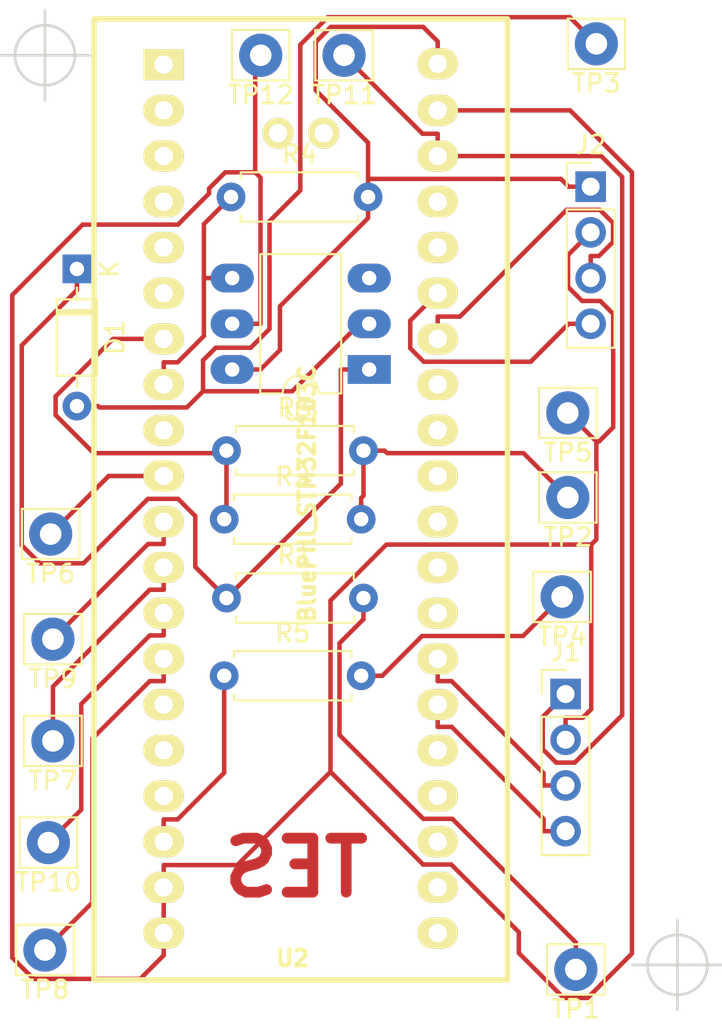
<source format=kicad_pcb>
(kicad_pcb (version 20171130) (host pcbnew 5.0.2+dfsg1-1~bpo9+1)

  (general
    (thickness 1.6)
    (drawings 3)
    (tracks 189)
    (zones 0)
    (modules 22)
    (nets 21)
  )

  (page A4)
  (layers
    (0 F.Cu signal)
    (31 B.Cu signal)
    (32 B.Adhes user)
    (33 F.Adhes user)
    (34 B.Paste user)
    (35 F.Paste user)
    (36 B.SilkS user)
    (37 F.SilkS user)
    (38 B.Mask user)
    (39 F.Mask user)
    (40 Dwgs.User user)
    (41 Cmts.User user)
    (42 Eco1.User user)
    (43 Eco2.User user)
    (44 Edge.Cuts user)
    (45 Margin user)
    (46 B.CrtYd user)
    (47 F.CrtYd user)
    (48 B.Fab user)
    (49 F.Fab user)
  )

  (setup
    (last_trace_width 0.25)
    (trace_clearance 0.25)
    (zone_clearance 0.508)
    (zone_45_only no)
    (trace_min 0.2)
    (segment_width 0.2)
    (edge_width 0.15)
    (via_size 2)
    (via_drill 1.2)
    (via_min_size 0.4)
    (via_min_drill 0.3)
    (uvia_size 0.3)
    (uvia_drill 0.1)
    (uvias_allowed no)
    (uvia_min_size 0.2)
    (uvia_min_drill 0.1)
    (pcb_text_width 0.3)
    (pcb_text_size 1.5 1.5)
    (mod_edge_width 0.15)
    (mod_text_size 1 1)
    (mod_text_width 0.15)
    (pad_size 1.524 1.524)
    (pad_drill 0.762)
    (pad_to_mask_clearance 0.051)
    (solder_mask_min_width 0.25)
    (aux_axis_origin 0 0)
    (visible_elements FFFFFF7F)
    (pcbplotparams
      (layerselection 0x010fc_ffffffff)
      (usegerberextensions false)
      (usegerberattributes false)
      (usegerberadvancedattributes false)
      (creategerberjobfile false)
      (excludeedgelayer true)
      (linewidth 0.100000)
      (plotframeref false)
      (viasonmask false)
      (mode 1)
      (useauxorigin false)
      (hpglpennumber 1)
      (hpglpenspeed 20)
      (hpglpendiameter 15.000000)
      (psnegative false)
      (psa4output false)
      (plotreference true)
      (plotvalue true)
      (plotinvisibletext false)
      (padsonsilk false)
      (subtractmaskfromsilk false)
      (outputformat 1)
      (mirror false)
      (drillshape 1)
      (scaleselection 1)
      (outputdirectory ""))
  )

  (net 0 "")
  (net 1 "Net-(D1-Pad1)")
  (net 2 "Net-(D1-Pad2)")
  (net 3 "Net-(J1-Pad1)")
  (net 4 "Net-(J1-Pad3)")
  (net 5 "Net-(J1-Pad4)")
  (net 6 "Net-(J2-Pad4)")
  (net 7 "Net-(J2-Pad3)")
  (net 8 "Net-(J2-Pad1)")
  (net 9 "Net-(R1-Pad2)")
  (net 10 "Net-(R2-Pad1)")
  (net 11 "Net-(R2-Pad2)")
  (net 12 "Net-(R5-Pad1)")
  (net 13 "Net-(R5-Pad2)")
  (net 14 GND)
  (net 15 "Net-(TP6-Pad1)")
  (net 16 "Net-(TP7-Pad1)")
  (net 17 "Net-(TP8-Pad1)")
  (net 18 "Net-(TP9-Pad1)")
  (net 19 "Net-(TP10-Pad1)")
  (net 20 "Net-(R4-Pad1)")

  (net_class Default "Ceci est la Netclass par défaut."
    (clearance 0.25)
    (trace_width 0.25)
    (via_dia 2)
    (via_drill 1.2)
    (uvia_dia 0.3)
    (uvia_drill 0.1)
    (add_net GND)
    (add_net "Net-(D1-Pad1)")
    (add_net "Net-(D1-Pad2)")
    (add_net "Net-(J1-Pad1)")
    (add_net "Net-(J1-Pad3)")
    (add_net "Net-(J1-Pad4)")
    (add_net "Net-(J2-Pad1)")
    (add_net "Net-(J2-Pad3)")
    (add_net "Net-(J2-Pad4)")
    (add_net "Net-(R1-Pad2)")
    (add_net "Net-(R2-Pad1)")
    (add_net "Net-(R2-Pad2)")
    (add_net "Net-(R4-Pad1)")
    (add_net "Net-(R5-Pad1)")
    (add_net "Net-(R5-Pad2)")
    (add_net "Net-(TP10-Pad1)")
    (add_net "Net-(TP6-Pad1)")
    (add_net "Net-(TP7-Pad1)")
    (add_net "Net-(TP8-Pad1)")
    (add_net "Net-(TP9-Pad1)")
  )

  (module Diode_THT:D_DO-35_SOD27_P7.62mm_Horizontal (layer F.Cu) (tedit 5AE50CD5) (tstamp 5CB650F6)
    (at 133.16 84.582 270)
    (descr "Diode, DO-35_SOD27 series, Axial, Horizontal, pin pitch=7.62mm, , length*diameter=4*2mm^2, , http://www.diodes.com/_files/packages/DO-35.pdf")
    (tags "Diode DO-35_SOD27 series Axial Horizontal pin pitch 7.62mm  length 4mm diameter 2mm")
    (path /5CA9EB2C)
    (fp_text reference D1 (at 3.81 -2.12 270) (layer F.SilkS)
      (effects (font (size 1 1) (thickness 0.15)))
    )
    (fp_text value 1N914 (at 3.81 2.12 270) (layer F.Fab)
      (effects (font (size 1 1) (thickness 0.15)))
    )
    (fp_line (start 1.81 -1) (end 1.81 1) (layer F.Fab) (width 0.1))
    (fp_line (start 1.81 1) (end 5.81 1) (layer F.Fab) (width 0.1))
    (fp_line (start 5.81 1) (end 5.81 -1) (layer F.Fab) (width 0.1))
    (fp_line (start 5.81 -1) (end 1.81 -1) (layer F.Fab) (width 0.1))
    (fp_line (start 0 0) (end 1.81 0) (layer F.Fab) (width 0.1))
    (fp_line (start 7.62 0) (end 5.81 0) (layer F.Fab) (width 0.1))
    (fp_line (start 2.41 -1) (end 2.41 1) (layer F.Fab) (width 0.1))
    (fp_line (start 2.51 -1) (end 2.51 1) (layer F.Fab) (width 0.1))
    (fp_line (start 2.31 -1) (end 2.31 1) (layer F.Fab) (width 0.1))
    (fp_line (start 1.69 -1.12) (end 1.69 1.12) (layer F.SilkS) (width 0.12))
    (fp_line (start 1.69 1.12) (end 5.93 1.12) (layer F.SilkS) (width 0.12))
    (fp_line (start 5.93 1.12) (end 5.93 -1.12) (layer F.SilkS) (width 0.12))
    (fp_line (start 5.93 -1.12) (end 1.69 -1.12) (layer F.SilkS) (width 0.12))
    (fp_line (start 1.04 0) (end 1.69 0) (layer F.SilkS) (width 0.12))
    (fp_line (start 6.58 0) (end 5.93 0) (layer F.SilkS) (width 0.12))
    (fp_line (start 2.41 -1.12) (end 2.41 1.12) (layer F.SilkS) (width 0.12))
    (fp_line (start 2.53 -1.12) (end 2.53 1.12) (layer F.SilkS) (width 0.12))
    (fp_line (start 2.29 -1.12) (end 2.29 1.12) (layer F.SilkS) (width 0.12))
    (fp_line (start -1.05 -1.25) (end -1.05 1.25) (layer F.CrtYd) (width 0.05))
    (fp_line (start -1.05 1.25) (end 8.67 1.25) (layer F.CrtYd) (width 0.05))
    (fp_line (start 8.67 1.25) (end 8.67 -1.25) (layer F.CrtYd) (width 0.05))
    (fp_line (start 8.67 -1.25) (end -1.05 -1.25) (layer F.CrtYd) (width 0.05))
    (fp_text user %R (at 4.11 0 270) (layer F.Fab)
      (effects (font (size 0.8 0.8) (thickness 0.12)))
    )
    (fp_text user K (at 0 -1.8 270) (layer F.Fab)
      (effects (font (size 1 1) (thickness 0.15)))
    )
    (fp_text user K (at 0 -1.8 270) (layer F.SilkS)
      (effects (font (size 1 1) (thickness 0.15)))
    )
    (pad 1 thru_hole rect (at 0 0 270) (size 1.6 1.6) (drill 0.8) (layers *.Cu *.Mask)
      (net 1 "Net-(D1-Pad1)"))
    (pad 2 thru_hole oval (at 7.62 0 270) (size 1.6 1.6) (drill 0.8) (layers *.Cu *.Mask)
      (net 2 "Net-(D1-Pad2)"))
    (model ${KISYS3DMOD}/Diode_THT.3dshapes/D_DO-35_SOD27_P7.62mm_Horizontal.wrl
      (at (xyz 0 0 0))
      (scale (xyz 1 1 1))
      (rotate (xyz 0 0 0))
    )
  )

  (module Resistor_THT:R_Axial_DIN0207_L6.3mm_D2.5mm_P7.62mm_Horizontal (layer F.Cu) (tedit 5AE5139B) (tstamp 5CB65147)
    (at 141.478 102.87)
    (descr "Resistor, Axial_DIN0207 series, Axial, Horizontal, pin pitch=7.62mm, 0.25W = 1/4W, length*diameter=6.3*2.5mm^2, http://cdn-reichelt.de/documents/datenblatt/B400/1_4W%23YAG.pdf")
    (tags "Resistor Axial_DIN0207 series Axial Horizontal pin pitch 7.62mm 0.25W = 1/4W length 6.3mm diameter 2.5mm")
    (path /5CA9F0A3)
    (fp_text reference R1 (at 3.81 -2.37) (layer F.SilkS)
      (effects (font (size 1 1) (thickness 0.15)))
    )
    (fp_text value 220 (at 3.81 2.37) (layer F.Fab)
      (effects (font (size 1 1) (thickness 0.15)))
    )
    (fp_text user %R (at 3.81 0) (layer F.Fab)
      (effects (font (size 1 1) (thickness 0.15)))
    )
    (fp_line (start 8.67 -1.5) (end -1.05 -1.5) (layer F.CrtYd) (width 0.05))
    (fp_line (start 8.67 1.5) (end 8.67 -1.5) (layer F.CrtYd) (width 0.05))
    (fp_line (start -1.05 1.5) (end 8.67 1.5) (layer F.CrtYd) (width 0.05))
    (fp_line (start -1.05 -1.5) (end -1.05 1.5) (layer F.CrtYd) (width 0.05))
    (fp_line (start 7.08 1.37) (end 7.08 1.04) (layer F.SilkS) (width 0.12))
    (fp_line (start 0.54 1.37) (end 7.08 1.37) (layer F.SilkS) (width 0.12))
    (fp_line (start 0.54 1.04) (end 0.54 1.37) (layer F.SilkS) (width 0.12))
    (fp_line (start 7.08 -1.37) (end 7.08 -1.04) (layer F.SilkS) (width 0.12))
    (fp_line (start 0.54 -1.37) (end 7.08 -1.37) (layer F.SilkS) (width 0.12))
    (fp_line (start 0.54 -1.04) (end 0.54 -1.37) (layer F.SilkS) (width 0.12))
    (fp_line (start 7.62 0) (end 6.96 0) (layer F.Fab) (width 0.1))
    (fp_line (start 0 0) (end 0.66 0) (layer F.Fab) (width 0.1))
    (fp_line (start 6.96 -1.25) (end 0.66 -1.25) (layer F.Fab) (width 0.1))
    (fp_line (start 6.96 1.25) (end 6.96 -1.25) (layer F.Fab) (width 0.1))
    (fp_line (start 0.66 1.25) (end 6.96 1.25) (layer F.Fab) (width 0.1))
    (fp_line (start 0.66 -1.25) (end 0.66 1.25) (layer F.Fab) (width 0.1))
    (pad 2 thru_hole oval (at 7.62 0) (size 1.6 1.6) (drill 0.8) (layers *.Cu *.Mask)
      (net 9 "Net-(R1-Pad2)"))
    (pad 1 thru_hole circle (at 0 0) (size 1.6 1.6) (drill 0.8) (layers *.Cu *.Mask)
      (net 1 "Net-(D1-Pad1)"))
    (model ${KISYS3DMOD}/Resistor_THT.3dshapes/R_Axial_DIN0207_L6.3mm_D2.5mm_P7.62mm_Horizontal.wrl
      (at (xyz 0 0 0))
      (scale (xyz 1 1 1))
      (rotate (xyz 0 0 0))
    )
  )

  (module Resistor_THT:R_Axial_DIN0207_L6.3mm_D2.5mm_P7.62mm_Horizontal (layer F.Cu) (tedit 5AE5139B) (tstamp 5CB6515E)
    (at 141.351 98.4885)
    (descr "Resistor, Axial_DIN0207 series, Axial, Horizontal, pin pitch=7.62mm, 0.25W = 1/4W, length*diameter=6.3*2.5mm^2, http://cdn-reichelt.de/documents/datenblatt/B400/1_4W%23YAG.pdf")
    (tags "Resistor Axial_DIN0207 series Axial Horizontal pin pitch 7.62mm 0.25W = 1/4W length 6.3mm diameter 2.5mm")
    (path /5CA9F2D0)
    (fp_text reference R2 (at 3.81 -2.37) (layer F.SilkS)
      (effects (font (size 1 1) (thickness 0.15)))
    )
    (fp_text value 22 (at 3.81 2.37) (layer F.Fab)
      (effects (font (size 1 1) (thickness 0.15)))
    )
    (fp_line (start 0.66 -1.25) (end 0.66 1.25) (layer F.Fab) (width 0.1))
    (fp_line (start 0.66 1.25) (end 6.96 1.25) (layer F.Fab) (width 0.1))
    (fp_line (start 6.96 1.25) (end 6.96 -1.25) (layer F.Fab) (width 0.1))
    (fp_line (start 6.96 -1.25) (end 0.66 -1.25) (layer F.Fab) (width 0.1))
    (fp_line (start 0 0) (end 0.66 0) (layer F.Fab) (width 0.1))
    (fp_line (start 7.62 0) (end 6.96 0) (layer F.Fab) (width 0.1))
    (fp_line (start 0.54 -1.04) (end 0.54 -1.37) (layer F.SilkS) (width 0.12))
    (fp_line (start 0.54 -1.37) (end 7.08 -1.37) (layer F.SilkS) (width 0.12))
    (fp_line (start 7.08 -1.37) (end 7.08 -1.04) (layer F.SilkS) (width 0.12))
    (fp_line (start 0.54 1.04) (end 0.54 1.37) (layer F.SilkS) (width 0.12))
    (fp_line (start 0.54 1.37) (end 7.08 1.37) (layer F.SilkS) (width 0.12))
    (fp_line (start 7.08 1.37) (end 7.08 1.04) (layer F.SilkS) (width 0.12))
    (fp_line (start -1.05 -1.5) (end -1.05 1.5) (layer F.CrtYd) (width 0.05))
    (fp_line (start -1.05 1.5) (end 8.67 1.5) (layer F.CrtYd) (width 0.05))
    (fp_line (start 8.67 1.5) (end 8.67 -1.5) (layer F.CrtYd) (width 0.05))
    (fp_line (start 8.67 -1.5) (end -1.05 -1.5) (layer F.CrtYd) (width 0.05))
    (fp_text user %R (at 3.81 0) (layer F.Fab)
      (effects (font (size 1 1) (thickness 0.15)))
    )
    (pad 1 thru_hole circle (at 0 0) (size 1.6 1.6) (drill 0.8) (layers *.Cu *.Mask)
      (net 10 "Net-(R2-Pad1)"))
    (pad 2 thru_hole oval (at 7.62 0) (size 1.6 1.6) (drill 0.8) (layers *.Cu *.Mask)
      (net 11 "Net-(R2-Pad2)"))
    (model ${KISYS3DMOD}/Resistor_THT.3dshapes/R_Axial_DIN0207_L6.3mm_D2.5mm_P7.62mm_Horizontal.wrl
      (at (xyz 0 0 0))
      (scale (xyz 1 1 1))
      (rotate (xyz 0 0 0))
    )
  )

  (module Resistor_THT:R_Axial_DIN0207_L6.3mm_D2.5mm_P7.62mm_Horizontal (layer F.Cu) (tedit 5AE5139B) (tstamp 5CB65175)
    (at 141.478 94.6785)
    (descr "Resistor, Axial_DIN0207 series, Axial, Horizontal, pin pitch=7.62mm, 0.25W = 1/4W, length*diameter=6.3*2.5mm^2, http://cdn-reichelt.de/documents/datenblatt/B400/1_4W%23YAG.pdf")
    (tags "Resistor Axial_DIN0207 series Axial Horizontal pin pitch 7.62mm 0.25W = 1/4W length 6.3mm diameter 2.5mm")
    (path /5CA9F824)
    (fp_text reference R3 (at 3.81 -2.37) (layer F.SilkS)
      (effects (font (size 1 1) (thickness 0.15)))
    )
    (fp_text value 22 (at 3.7465 1.143) (layer F.Fab)
      (effects (font (size 1 1) (thickness 0.15)))
    )
    (fp_text user %R (at 3.81 0) (layer F.Fab)
      (effects (font (size 1 1) (thickness 0.15)))
    )
    (fp_line (start 8.67 -1.5) (end -1.05 -1.5) (layer F.CrtYd) (width 0.05))
    (fp_line (start 8.67 1.5) (end 8.67 -1.5) (layer F.CrtYd) (width 0.05))
    (fp_line (start -1.05 1.5) (end 8.67 1.5) (layer F.CrtYd) (width 0.05))
    (fp_line (start -1.05 -1.5) (end -1.05 1.5) (layer F.CrtYd) (width 0.05))
    (fp_line (start 7.08 1.37) (end 7.08 1.04) (layer F.SilkS) (width 0.12))
    (fp_line (start 0.54 1.37) (end 7.08 1.37) (layer F.SilkS) (width 0.12))
    (fp_line (start 0.54 1.04) (end 0.54 1.37) (layer F.SilkS) (width 0.12))
    (fp_line (start 7.08 -1.37) (end 7.08 -1.04) (layer F.SilkS) (width 0.12))
    (fp_line (start 0.54 -1.37) (end 7.08 -1.37) (layer F.SilkS) (width 0.12))
    (fp_line (start 0.54 -1.04) (end 0.54 -1.37) (layer F.SilkS) (width 0.12))
    (fp_line (start 7.62 0) (end 6.96 0) (layer F.Fab) (width 0.1))
    (fp_line (start 0 0) (end 0.66 0) (layer F.Fab) (width 0.1))
    (fp_line (start 6.96 -1.25) (end 0.66 -1.25) (layer F.Fab) (width 0.1))
    (fp_line (start 6.96 1.25) (end 6.96 -1.25) (layer F.Fab) (width 0.1))
    (fp_line (start 0.66 1.25) (end 6.96 1.25) (layer F.Fab) (width 0.1))
    (fp_line (start 0.66 -1.25) (end 0.66 1.25) (layer F.Fab) (width 0.1))
    (pad 2 thru_hole oval (at 7.62 0) (size 1.6 1.6) (drill 0.8) (layers *.Cu *.Mask)
      (net 11 "Net-(R2-Pad2)"))
    (pad 1 thru_hole circle (at 0 0) (size 1.6 1.6) (drill 0.8) (layers *.Cu *.Mask)
      (net 10 "Net-(R2-Pad1)"))
    (model ${KISYS3DMOD}/Resistor_THT.3dshapes/R_Axial_DIN0207_L6.3mm_D2.5mm_P7.62mm_Horizontal.wrl
      (at (xyz 0 0 0))
      (scale (xyz 1 1 1))
      (rotate (xyz 0 0 0))
    )
  )

  (module Resistor_THT:R_Axial_DIN0207_L6.3mm_D2.5mm_P7.62mm_Horizontal (layer F.Cu) (tedit 5CDC30FA) (tstamp 5CB6518C)
    (at 141.732 80.5815)
    (descr "Resistor, Axial_DIN0207 series, Axial, Horizontal, pin pitch=7.62mm, 0.25W = 1/4W, length*diameter=6.3*2.5mm^2, http://cdn-reichelt.de/documents/datenblatt/B400/1_4W%23YAG.pdf")
    (tags "Resistor Axial_DIN0207 series Axial Horizontal pin pitch 7.62mm 0.25W = 1/4W length 6.3mm diameter 2.5mm")
    (path /5CDC63CC)
    (fp_text reference R4 (at 3.81 -2.37) (layer F.SilkS)
      (effects (font (size 1 1) (thickness 0.15)))
    )
    (fp_text value 220 (at 3.048 0.8255) (layer F.Fab)
      (effects (font (size 1 1) (thickness 0.15)))
    )
    (fp_line (start 0.66 -1.25) (end 0.66 1.25) (layer F.Fab) (width 0.1))
    (fp_line (start 0.66 1.25) (end 6.96 1.25) (layer F.Fab) (width 0.1))
    (fp_line (start 6.96 1.25) (end 6.96 -1.25) (layer F.Fab) (width 0.1))
    (fp_line (start 6.96 -1.25) (end 0.66 -1.25) (layer F.Fab) (width 0.1))
    (fp_line (start 0 0) (end 0.66 0) (layer F.Fab) (width 0.1))
    (fp_line (start 7.62 0) (end 6.96 0) (layer F.Fab) (width 0.1))
    (fp_line (start 0.54 -1.04) (end 0.54 -1.37) (layer F.SilkS) (width 0.12))
    (fp_line (start 0.54 -1.37) (end 7.08 -1.37) (layer F.SilkS) (width 0.12))
    (fp_line (start 7.08 -1.37) (end 7.08 -1.04) (layer F.SilkS) (width 0.12))
    (fp_line (start 0.54 1.04) (end 0.54 1.37) (layer F.SilkS) (width 0.12))
    (fp_line (start 0.54 1.37) (end 7.08 1.37) (layer F.SilkS) (width 0.12))
    (fp_line (start 7.08 1.37) (end 7.08 1.04) (layer F.SilkS) (width 0.12))
    (fp_line (start -1.05 -1.5) (end -1.05 1.5) (layer F.CrtYd) (width 0.05))
    (fp_line (start -1.05 1.5) (end 8.67 1.5) (layer F.CrtYd) (width 0.05))
    (fp_line (start 8.67 1.5) (end 8.67 -1.5) (layer F.CrtYd) (width 0.05))
    (fp_line (start 8.67 -1.5) (end -1.05 -1.5) (layer F.CrtYd) (width 0.05))
    (fp_text user %R (at 3.81 0) (layer F.Fab)
      (effects (font (size 1 1) (thickness 0.15)))
    )
    (pad 1 thru_hole circle (at 0 0) (size 1.6 1.6) (drill 0.8) (layers *.Cu *.Mask)
      (net 20 "Net-(R4-Pad1)"))
    (pad 2 thru_hole oval (at 7.62 0) (size 1.6 1.6) (drill 0.8) (layers *.Cu *.Mask)
      (net 8 "Net-(J2-Pad1)"))
    (model ${KISYS3DMOD}/Resistor_THT.3dshapes/R_Axial_DIN0207_L6.3mm_D2.5mm_P7.62mm_Horizontal.wrl
      (at (xyz 0 0 0))
      (scale (xyz 1 1 1))
      (rotate (xyz 0 0 0))
    )
  )

  (module Resistor_THT:R_Axial_DIN0207_L6.3mm_D2.5mm_P7.62mm_Horizontal (layer F.Cu) (tedit 5AE5139B) (tstamp 5CB651A3)
    (at 141.351 107.188)
    (descr "Resistor, Axial_DIN0207 series, Axial, Horizontal, pin pitch=7.62mm, 0.25W = 1/4W, length*diameter=6.3*2.5mm^2, http://cdn-reichelt.de/documents/datenblatt/B400/1_4W%23YAG.pdf")
    (tags "Resistor Axial_DIN0207 series Axial Horizontal pin pitch 7.62mm 0.25W = 1/4W length 6.3mm diameter 2.5mm")
    (path /5CA9F661)
    (fp_text reference R5 (at 3.81 -2.37) (layer F.SilkS)
      (effects (font (size 1 1) (thickness 0.15)))
    )
    (fp_text value 33 (at 3.81 2.37) (layer F.Fab)
      (effects (font (size 1 1) (thickness 0.15)))
    )
    (fp_line (start 0.66 -1.25) (end 0.66 1.25) (layer F.Fab) (width 0.1))
    (fp_line (start 0.66 1.25) (end 6.96 1.25) (layer F.Fab) (width 0.1))
    (fp_line (start 6.96 1.25) (end 6.96 -1.25) (layer F.Fab) (width 0.1))
    (fp_line (start 6.96 -1.25) (end 0.66 -1.25) (layer F.Fab) (width 0.1))
    (fp_line (start 0 0) (end 0.66 0) (layer F.Fab) (width 0.1))
    (fp_line (start 7.62 0) (end 6.96 0) (layer F.Fab) (width 0.1))
    (fp_line (start 0.54 -1.04) (end 0.54 -1.37) (layer F.SilkS) (width 0.12))
    (fp_line (start 0.54 -1.37) (end 7.08 -1.37) (layer F.SilkS) (width 0.12))
    (fp_line (start 7.08 -1.37) (end 7.08 -1.04) (layer F.SilkS) (width 0.12))
    (fp_line (start 0.54 1.04) (end 0.54 1.37) (layer F.SilkS) (width 0.12))
    (fp_line (start 0.54 1.37) (end 7.08 1.37) (layer F.SilkS) (width 0.12))
    (fp_line (start 7.08 1.37) (end 7.08 1.04) (layer F.SilkS) (width 0.12))
    (fp_line (start -1.05 -1.5) (end -1.05 1.5) (layer F.CrtYd) (width 0.05))
    (fp_line (start -1.05 1.5) (end 8.67 1.5) (layer F.CrtYd) (width 0.05))
    (fp_line (start 8.67 1.5) (end 8.67 -1.5) (layer F.CrtYd) (width 0.05))
    (fp_line (start 8.67 -1.5) (end -1.05 -1.5) (layer F.CrtYd) (width 0.05))
    (fp_text user %R (at 3.429 0.0635) (layer F.Fab)
      (effects (font (size 1 1) (thickness 0.15)))
    )
    (pad 1 thru_hole circle (at 0 0) (size 1.6 1.6) (drill 0.8) (layers *.Cu *.Mask)
      (net 12 "Net-(R5-Pad1)"))
    (pad 2 thru_hole oval (at 7.62 0) (size 1.6 1.6) (drill 0.8) (layers *.Cu *.Mask)
      (net 13 "Net-(R5-Pad2)"))
    (model ${KISYS3DMOD}/Resistor_THT.3dshapes/R_Axial_DIN0207_L6.3mm_D2.5mm_P7.62mm_Horizontal.wrl
      (at (xyz 0 0 0))
      (scale (xyz 1 1 1))
      (rotate (xyz 0 0 0))
    )
  )

  (module BluePill_breakouts:BluePill_STM32F103C (layer F.Cu) (tedit 59B4EF3F) (tstamp 5CB65560)
    (at 137.986 73.279)
    (descr "STM32F103C8 BluePill board")
    (path /5CA9E5CB)
    (fp_text reference U2 (at 7.1628 49.6062 180) (layer F.SilkS)
      (effects (font (size 0.889 0.889) (thickness 0.3048)))
    )
    (fp_text value BluePill_STM32F103C (at 7.9756 23.7998 90) (layer F.SilkS)
      (effects (font (size 0.889 0.889) (thickness 0.22225)))
    )
    (fp_line (start 19.12 -2.59) (end 19.12 50.81) (layer F.SilkS) (width 0.3048))
    (fp_line (start 19.12 50.81) (end -3.88 50.81) (layer F.SilkS) (width 0.3048))
    (fp_line (start -3.88 50.81) (end -3.88 -2.59) (layer F.SilkS) (width 0.3048))
    (fp_line (start -3.88 -2.59) (end 19.12 -2.59) (layer F.SilkS) (width 0.3048))
    (pad 1 thru_hole rect (at 0 -0.0508 270) (size 1.7272 2.25) (drill 1.016) (layers *.Cu *.Mask F.SilkS))
    (pad 2 thru_hole oval (at 0 2.4892 270) (size 1.7272 2.25) (drill 1.016) (layers *.Cu *.Mask F.SilkS))
    (pad 3 thru_hole oval (at 0 5.0292 270) (size 1.7272 2.25) (drill 1.016) (layers *.Cu *.Mask F.SilkS))
    (pad 4 thru_hole oval (at 0 7.5692 270) (size 1.7272 2.25) (drill 1.016) (layers *.Cu *.Mask F.SilkS))
    (pad 5 thru_hole oval (at 0 10.1092 270) (size 1.7272 2.25) (drill 1.016) (layers *.Cu *.Mask F.SilkS))
    (pad 6 thru_hole oval (at 0 12.6492 270) (size 1.7272 2.25) (drill 1.016) (layers *.Cu *.Mask F.SilkS))
    (pad 7 thru_hole oval (at 0 15.1892 270) (size 1.7272 2.25) (drill 1.016) (layers *.Cu *.Mask F.SilkS)
      (net 10 "Net-(R2-Pad1)"))
    (pad 8 thru_hole oval (at 0 17.7292 270) (size 1.7272 2.25) (drill 1.016) (layers *.Cu *.Mask F.SilkS)
      (net 20 "Net-(R4-Pad1)"))
    (pad 9 thru_hole oval (at 0 20.2692 270) (size 1.7272 2.25) (drill 1.016) (layers *.Cu *.Mask F.SilkS))
    (pad 10 thru_hole oval (at 0 22.8092 270) (size 1.7272 2.25) (drill 1.016) (layers *.Cu *.Mask F.SilkS)
      (net 15 "Net-(TP6-Pad1)"))
    (pad 11 thru_hole oval (at 0 25.3492 270) (size 1.7272 2.25) (drill 1.016) (layers *.Cu *.Mask F.SilkS)
      (net 18 "Net-(TP9-Pad1)"))
    (pad 12 thru_hole oval (at 0 27.8892 270) (size 1.7272 2.25) (drill 1.016) (layers *.Cu *.Mask F.SilkS)
      (net 16 "Net-(TP7-Pad1)"))
    (pad 13 thru_hole oval (at 0 30.4292 270) (size 1.7272 2.25) (drill 1.016) (layers *.Cu *.Mask F.SilkS)
      (net 19 "Net-(TP10-Pad1)"))
    (pad 14 thru_hole oval (at 0 32.9692 270) (size 1.7272 2.25) (drill 1.016) (layers *.Cu *.Mask F.SilkS)
      (net 17 "Net-(TP8-Pad1)"))
    (pad 15 thru_hole oval (at 0 35.5092 270) (size 1.7272 2.25) (drill 1.016) (layers *.Cu *.Mask F.SilkS))
    (pad 16 thru_hole oval (at 0 38.0492 270) (size 1.7272 2.25) (drill 1.016) (layers *.Cu *.Mask F.SilkS))
    (pad 17 thru_hole oval (at 0 40.5892 270) (size 1.7272 2.25) (drill 1.016) (layers *.Cu *.Mask F.SilkS))
    (pad 18 thru_hole oval (at 0 43.1292 270) (size 1.7272 2.25) (drill 1.016) (layers *.Cu *.Mask F.SilkS)
      (net 12 "Net-(R5-Pad1)"))
    (pad 19 thru_hole oval (at 0 45.6692 270) (size 1.7272 2.25) (drill 1.016) (layers *.Cu *.Mask F.SilkS)
      (net 14 GND))
    (pad 20 thru_hole oval (at 0 48.2092 270) (size 1.7272 2.25) (drill 1.016) (layers *.Cu *.Mask F.SilkS)
      (net 14 GND))
    (pad 21 thru_hole oval (at 15.24 48.2092 90) (size 1.7272 2.25) (drill 1.016) (layers *.Cu *.Mask F.SilkS))
    (pad 22 thru_hole oval (at 15.24 45.6692 90) (size 1.7272 2.25) (drill 1.016) (layers *.Cu *.Mask F.SilkS))
    (pad 23 thru_hole oval (at 15.24 43.1292 90) (size 1.7272 2.25) (drill 1.016) (layers *.Cu *.Mask F.SilkS))
    (pad 24 thru_hole oval (at 15.24 40.5892 90) (size 1.7272 2.25) (drill 1.016) (layers *.Cu *.Mask F.SilkS))
    (pad 25 thru_hole oval (at 15.24 38.0492 90) (size 1.7272 2.25) (drill 1.016) (layers *.Cu *.Mask F.SilkS))
    (pad 26 thru_hole oval (at 15.24 35.5092 90) (size 1.7272 2.25) (drill 1.016) (layers *.Cu *.Mask F.SilkS)
      (net 5 "Net-(J1-Pad4)"))
    (pad 27 thru_hole oval (at 15.24 32.9692 90) (size 1.7272 2.25) (drill 1.016) (layers *.Cu *.Mask F.SilkS)
      (net 4 "Net-(J1-Pad3)"))
    (pad 28 thru_hole oval (at 15.24 30.4292 90) (size 1.7272 2.25) (drill 1.016) (layers *.Cu *.Mask F.SilkS))
    (pad 29 thru_hole oval (at 15.24 27.8892 90) (size 1.7272 2.25) (drill 1.016) (layers *.Cu *.Mask F.SilkS))
    (pad 30 thru_hole oval (at 15.24 25.3492 90) (size 1.7272 2.25) (drill 1.016) (layers *.Cu *.Mask F.SilkS))
    (pad 31 thru_hole oval (at 15.24 22.8092 90) (size 1.7272 2.25) (drill 1.016) (layers *.Cu *.Mask F.SilkS))
    (pad 32 thru_hole oval (at 15.24 20.2692 90) (size 1.7272 2.25) (drill 1.016) (layers *.Cu *.Mask F.SilkS))
    (pad 33 thru_hole oval (at 15.24 17.7292 90) (size 1.7272 2.25) (drill 1.016) (layers *.Cu *.Mask F.SilkS))
    (pad 34 thru_hole oval (at 15.24 15.1892 90) (size 1.7272 2.25) (drill 1.016) (layers *.Cu *.Mask F.SilkS)
      (net 7 "Net-(J2-Pad3)"))
    (pad 35 thru_hole oval (at 15.24 12.6492 90) (size 1.7272 2.25) (drill 1.016) (layers *.Cu *.Mask F.SilkS)
      (net 6 "Net-(J2-Pad4)"))
    (pad 36 thru_hole oval (at 15.24 10.1092 90) (size 1.7272 2.25) (drill 1.016) (layers *.Cu *.Mask F.SilkS))
    (pad 37 thru_hole oval (at 15.24 7.5692 90) (size 1.7272 2.25) (drill 1.016) (layers *.Cu *.Mask F.SilkS))
    (pad 38 thru_hole oval (at 15.24 5.0292 90) (size 1.7272 2.25) (drill 1.016) (layers *.Cu *.Mask F.SilkS)
      (net 3 "Net-(J1-Pad1)"))
    (pad 39 thru_hole oval (at 15.24 2.4892 90) (size 1.7272 2.25) (drill 1.016) (layers *.Cu *.Mask F.SilkS)
      (net 14 GND))
    (pad 40 thru_hole oval (at 15.24 -0.1016 90) (size 1.7272 2.25) (drill 1.016) (layers *.Cu *.Mask F.SilkS)
      (net 8 "Net-(J2-Pad1)"))
    (pad 41 thru_hole oval (at 8.9 3.7592 90) (size 1.7272 1.7272) (drill 1.016) (layers *.Cu *.Mask F.SilkS))
    (pad 42 thru_hole oval (at 6.36 3.7592 90) (size 1.7272 1.7272) (drill 1.016) (layers *.Cu *.Mask F.SilkS))
  )

  (module Connector_PinHeader_2.54mm:PinHeader_1x04_P2.54mm_Vertical (layer F.Cu) (tedit 5CDC3286) (tstamp 5CB6612C)
    (at 160.338 108.204)
    (descr "Through hole straight pin header, 1x04, 2.54mm pitch, single row")
    (tags "Through hole pin header THT 1x04 2.54mm single row")
    (path /5CAA0D75)
    (fp_text reference J1 (at 0 -2.33) (layer F.SilkS)
      (effects (font (size 1 1) (thickness 0.15)))
    )
    (fp_text value "V gnd 10 9" (at 2.9845 3.3655 -90) (layer F.Fab)
      (effects (font (size 1 1) (thickness 0.15)))
    )
    (fp_line (start -0.635 -1.27) (end 1.27 -1.27) (layer F.Fab) (width 0.1))
    (fp_line (start 1.27 -1.27) (end 1.27 8.89) (layer F.Fab) (width 0.1))
    (fp_line (start 1.27 8.89) (end -1.27 8.89) (layer F.Fab) (width 0.1))
    (fp_line (start -1.27 8.89) (end -1.27 -0.635) (layer F.Fab) (width 0.1))
    (fp_line (start -1.27 -0.635) (end -0.635 -1.27) (layer F.Fab) (width 0.1))
    (fp_line (start -1.33 8.95) (end 1.33 8.95) (layer F.SilkS) (width 0.12))
    (fp_line (start -1.33 1.27) (end -1.33 8.95) (layer F.SilkS) (width 0.12))
    (fp_line (start 1.33 1.27) (end 1.33 8.95) (layer F.SilkS) (width 0.12))
    (fp_line (start -1.33 1.27) (end 1.33 1.27) (layer F.SilkS) (width 0.12))
    (fp_line (start -1.33 0) (end -1.33 -1.33) (layer F.SilkS) (width 0.12))
    (fp_line (start -1.33 -1.33) (end 0 -1.33) (layer F.SilkS) (width 0.12))
    (fp_line (start -1.8 -1.8) (end -1.8 9.4) (layer F.CrtYd) (width 0.05))
    (fp_line (start -1.8 9.4) (end 1.8 9.4) (layer F.CrtYd) (width 0.05))
    (fp_line (start 1.8 9.4) (end 1.8 -1.8) (layer F.CrtYd) (width 0.05))
    (fp_line (start 1.8 -1.8) (end -1.8 -1.8) (layer F.CrtYd) (width 0.05))
    (fp_text user %R (at 0 3.81 90) (layer F.Fab)
      (effects (font (size 1 1) (thickness 0.15)))
    )
    (pad 1 thru_hole rect (at 0 0) (size 1.7 1.7) (drill 1) (layers *.Cu *.Mask)
      (net 3 "Net-(J1-Pad1)"))
    (pad 2 thru_hole oval (at 0 2.54) (size 1.7 1.7) (drill 1) (layers *.Cu *.Mask)
      (net 14 GND))
    (pad 3 thru_hole oval (at 0 5.08) (size 1.7 1.7) (drill 1) (layers *.Cu *.Mask)
      (net 4 "Net-(J1-Pad3)"))
    (pad 4 thru_hole oval (at 0 7.62) (size 1.7 1.7) (drill 1) (layers *.Cu *.Mask)
      (net 5 "Net-(J1-Pad4)"))
    (model ${KISYS3DMOD}/Connector_PinHeader_2.54mm.3dshapes/PinHeader_1x04_P2.54mm_Vertical.wrl
      (at (xyz 0 0 0))
      (scale (xyz 1 1 1))
      (rotate (xyz 0 0 0))
    )
  )

  (module Connector_PinHeader_2.54mm:PinHeader_1x04_P2.54mm_Vertical (layer F.Cu) (tedit 5CDC31E3) (tstamp 5CB66143)
    (at 161.734 80.01)
    (descr "Through hole straight pin header, 1x04, 2.54mm pitch, single row")
    (tags "Through hole pin header THT 1x04 2.54mm single row")
    (path /5CAA2CDE)
    (fp_text reference J2 (at 0 -2.33) (layer F.SilkS)
      (effects (font (size 1 1) (thickness 0.15)))
    )
    (fp_text value "v gnd scl sda" (at -2.54 3.874 -90) (layer F.Fab)
      (effects (font (size 1 1) (thickness 0.15)))
    )
    (fp_text user %R (at 0 3.81 90) (layer F.Fab)
      (effects (font (size 1 1) (thickness 0.15)))
    )
    (fp_line (start 1.8 -1.8) (end -1.8 -1.8) (layer F.CrtYd) (width 0.05))
    (fp_line (start 1.8 9.4) (end 1.8 -1.8) (layer F.CrtYd) (width 0.05))
    (fp_line (start -1.8 9.4) (end 1.8 9.4) (layer F.CrtYd) (width 0.05))
    (fp_line (start -1.8 -1.8) (end -1.8 9.4) (layer F.CrtYd) (width 0.05))
    (fp_line (start -1.33 -1.33) (end 0 -1.33) (layer F.SilkS) (width 0.12))
    (fp_line (start -1.33 0) (end -1.33 -1.33) (layer F.SilkS) (width 0.12))
    (fp_line (start -1.33 1.27) (end 1.33 1.27) (layer F.SilkS) (width 0.12))
    (fp_line (start 1.33 1.27) (end 1.33 8.95) (layer F.SilkS) (width 0.12))
    (fp_line (start -1.33 1.27) (end -1.33 8.95) (layer F.SilkS) (width 0.12))
    (fp_line (start -1.33 8.95) (end 1.33 8.95) (layer F.SilkS) (width 0.12))
    (fp_line (start -1.27 -0.635) (end -0.635 -1.27) (layer F.Fab) (width 0.1))
    (fp_line (start -1.27 8.89) (end -1.27 -0.635) (layer F.Fab) (width 0.1))
    (fp_line (start 1.27 8.89) (end -1.27 8.89) (layer F.Fab) (width 0.1))
    (fp_line (start 1.27 -1.27) (end 1.27 8.89) (layer F.Fab) (width 0.1))
    (fp_line (start -0.635 -1.27) (end 1.27 -1.27) (layer F.Fab) (width 0.1))
    (pad 4 thru_hole oval (at 0 7.62) (size 1.7 1.7) (drill 1) (layers *.Cu *.Mask)
      (net 6 "Net-(J2-Pad4)"))
    (pad 3 thru_hole oval (at 0 5.08) (size 1.7 1.7) (drill 1) (layers *.Cu *.Mask)
      (net 7 "Net-(J2-Pad3)"))
    (pad 2 thru_hole oval (at 0 2.54) (size 1.7 1.7) (drill 1) (layers *.Cu *.Mask)
      (net 14 GND))
    (pad 1 thru_hole rect (at 0 0) (size 1.7 1.7) (drill 1) (layers *.Cu *.Mask)
      (net 8 "Net-(J2-Pad1)"))
    (model ${KISYS3DMOD}/Connector_PinHeader_2.54mm.3dshapes/PinHeader_1x04_P2.54mm_Vertical.wrl
      (at (xyz 0 0 0))
      (scale (xyz 1 1 1))
      (rotate (xyz 0 0 0))
    )
  )

  (module Connector_Pin:Pin_D1.2mm_L11.3mm_W3.0mm_Flat (layer F.Cu) (tedit 5A1DC085) (tstamp 5CAA2722)
    (at 160.909 123.508)
    (descr "solder Pin_ with flat with hole, hole diameter 1.2mm, length 11.3mm, width 3.0mm")
    (tags "solder Pin_ with flat fork")
    (path /5CA9F164)
    (fp_text reference TP1 (at 0 2.2) (layer F.SilkS)
      (effects (font (size 1 1) (thickness 0.15)))
    )
    (fp_text value "MIn 4" (at 0 -2.05) (layer F.Fab)
      (effects (font (size 1 1) (thickness 0.15)))
    )
    (fp_line (start 2 1.7) (end -2 1.7) (layer F.CrtYd) (width 0.05))
    (fp_line (start 2 1.7) (end 2 -1.7) (layer F.CrtYd) (width 0.05))
    (fp_line (start -2 -1.7) (end -2 1.7) (layer F.CrtYd) (width 0.05))
    (fp_line (start -2 -1.7) (end 2 -1.7) (layer F.CrtYd) (width 0.05))
    (fp_line (start -1.5 0.25) (end -1.5 -0.25) (layer F.Fab) (width 0.12))
    (fp_line (start 1.5 0.25) (end -1.5 0.25) (layer F.Fab) (width 0.12))
    (fp_line (start 1.5 -0.25) (end 1.5 0.25) (layer F.Fab) (width 0.12))
    (fp_line (start -1.5 -0.25) (end 1.5 -0.25) (layer F.Fab) (width 0.12))
    (fp_line (start 1.6 1.4) (end -1.6 1.4) (layer F.SilkS) (width 0.12))
    (fp_line (start -1.6 -1.4) (end 1.6 -1.4) (layer F.SilkS) (width 0.12))
    (fp_line (start 1.6 -1.4) (end 1.6 1.4) (layer F.SilkS) (width 0.12))
    (fp_line (start -1.6 1.4) (end -1.6 -1.4) (layer F.SilkS) (width 0.12))
    (fp_text user %R (at 0 2.2) (layer F.Fab)
      (effects (font (size 1 1) (thickness 0.15)))
    )
    (pad 1 thru_hole circle (at 0 0) (size 2.4 2.4) (drill 1.2) (layers *.Cu *.Mask)
      (net 9 "Net-(R1-Pad2)"))
    (model ${KISYS3DMOD}/Connector_Pin.3dshapes/Pin_D1.2mm_L11.3mm_W3.0mm_Flat.wrl
      (at (xyz 0 0 0))
      (scale (xyz 1 1 1))
      (rotate (xyz 0 0 0))
    )
  )

  (module Connector_Pin:Pin_D1.2mm_L11.3mm_W3.0mm_Flat (layer F.Cu) (tedit 5A1DC085) (tstamp 5CAA2733)
    (at 160.464 97.282)
    (descr "solder Pin_ with flat with hole, hole diameter 1.2mm, length 11.3mm, width 3.0mm")
    (tags "solder Pin_ with flat fork")
    (path /5CA9F524)
    (fp_text reference TP2 (at 0 2.2) (layer F.SilkS)
      (effects (font (size 1 1) (thickness 0.15)))
    )
    (fp_text value "Mout 5" (at 0 -1.7145) (layer F.Fab)
      (effects (font (size 1 1) (thickness 0.15)))
    )
    (fp_line (start 2 1.7) (end -2 1.7) (layer F.CrtYd) (width 0.05))
    (fp_line (start 2 1.7) (end 2 -1.7) (layer F.CrtYd) (width 0.05))
    (fp_line (start -2 -1.7) (end -2 1.7) (layer F.CrtYd) (width 0.05))
    (fp_line (start -2 -1.7) (end 2 -1.7) (layer F.CrtYd) (width 0.05))
    (fp_line (start -1.5 0.25) (end -1.5 -0.25) (layer F.Fab) (width 0.12))
    (fp_line (start 1.5 0.25) (end -1.5 0.25) (layer F.Fab) (width 0.12))
    (fp_line (start 1.5 -0.25) (end 1.5 0.25) (layer F.Fab) (width 0.12))
    (fp_line (start -1.5 -0.25) (end 1.5 -0.25) (layer F.Fab) (width 0.12))
    (fp_line (start 1.6 1.4) (end -1.6 1.4) (layer F.SilkS) (width 0.12))
    (fp_line (start -1.6 -1.4) (end 1.6 -1.4) (layer F.SilkS) (width 0.12))
    (fp_line (start 1.6 -1.4) (end 1.6 1.4) (layer F.SilkS) (width 0.12))
    (fp_line (start -1.6 1.4) (end -1.6 -1.4) (layer F.SilkS) (width 0.12))
    (fp_text user %R (at 0 2.2) (layer F.Fab)
      (effects (font (size 1 1) (thickness 0.15)))
    )
    (pad 1 thru_hole circle (at 0 0) (size 2.4 2.4) (drill 1.2) (layers *.Cu *.Mask)
      (net 11 "Net-(R2-Pad2)"))
    (model ${KISYS3DMOD}/Connector_Pin.3dshapes/Pin_D1.2mm_L11.3mm_W3.0mm_Flat.wrl
      (at (xyz 0 0 0))
      (scale (xyz 1 1 1))
      (rotate (xyz 0 0 0))
    )
  )

  (module Connector_Pin:Pin_D1.2mm_L11.3mm_W3.0mm_Flat (layer F.Cu) (tedit 5A1DC085) (tstamp 5CAA2744)
    (at 162.052 72.0725)
    (descr "solder Pin_ with flat with hole, hole diameter 1.2mm, length 11.3mm, width 3.0mm")
    (tags "solder Pin_ with flat fork")
    (path /5CA9F1FD)
    (fp_text reference TP3 (at 0 2.2) (layer F.SilkS)
      (effects (font (size 1 1) (thickness 0.15)))
    )
    (fp_text value "Min 5" (at 0.127 -1.5875) (layer F.Fab)
      (effects (font (size 1 1) (thickness 0.15)))
    )
    (fp_text user %R (at 0 2.2) (layer F.Fab)
      (effects (font (size 1 1) (thickness 0.15)))
    )
    (fp_line (start -1.6 1.4) (end -1.6 -1.4) (layer F.SilkS) (width 0.12))
    (fp_line (start 1.6 -1.4) (end 1.6 1.4) (layer F.SilkS) (width 0.12))
    (fp_line (start -1.6 -1.4) (end 1.6 -1.4) (layer F.SilkS) (width 0.12))
    (fp_line (start 1.6 1.4) (end -1.6 1.4) (layer F.SilkS) (width 0.12))
    (fp_line (start -1.5 -0.25) (end 1.5 -0.25) (layer F.Fab) (width 0.12))
    (fp_line (start 1.5 -0.25) (end 1.5 0.25) (layer F.Fab) (width 0.12))
    (fp_line (start 1.5 0.25) (end -1.5 0.25) (layer F.Fab) (width 0.12))
    (fp_line (start -1.5 0.25) (end -1.5 -0.25) (layer F.Fab) (width 0.12))
    (fp_line (start -2 -1.7) (end 2 -1.7) (layer F.CrtYd) (width 0.05))
    (fp_line (start -2 -1.7) (end -2 1.7) (layer F.CrtYd) (width 0.05))
    (fp_line (start 2 1.7) (end 2 -1.7) (layer F.CrtYd) (width 0.05))
    (fp_line (start 2 1.7) (end -2 1.7) (layer F.CrtYd) (width 0.05))
    (pad 1 thru_hole circle (at 0 0) (size 2.4 2.4) (drill 1.2) (layers *.Cu *.Mask)
      (net 2 "Net-(D1-Pad2)"))
    (model ${KISYS3DMOD}/Connector_Pin.3dshapes/Pin_D1.2mm_L11.3mm_W3.0mm_Flat.wrl
      (at (xyz 0 0 0))
      (scale (xyz 1 1 1))
      (rotate (xyz 0 0 0))
    )
  )

  (module Connector_Pin:Pin_D1.2mm_L11.3mm_W3.0mm_Flat (layer F.Cu) (tedit 5A1DC085) (tstamp 5CAA2755)
    (at 160.147 102.806)
    (descr "solder Pin_ with flat with hole, hole diameter 1.2mm, length 11.3mm, width 3.0mm")
    (tags "solder Pin_ with flat fork")
    (path /5CAA00B5)
    (fp_text reference TP4 (at 0 2.2) (layer F.SilkS)
      (effects (font (size 1 1) (thickness 0.15)))
    )
    (fp_text value "Mout 4" (at 0 -2.05) (layer F.Fab)
      (effects (font (size 1 1) (thickness 0.15)))
    )
    (fp_text user %R (at 0 2.2) (layer F.Fab)
      (effects (font (size 1 1) (thickness 0.15)))
    )
    (fp_line (start -1.6 1.4) (end -1.6 -1.4) (layer F.SilkS) (width 0.12))
    (fp_line (start 1.6 -1.4) (end 1.6 1.4) (layer F.SilkS) (width 0.12))
    (fp_line (start -1.6 -1.4) (end 1.6 -1.4) (layer F.SilkS) (width 0.12))
    (fp_line (start 1.6 1.4) (end -1.6 1.4) (layer F.SilkS) (width 0.12))
    (fp_line (start -1.5 -0.25) (end 1.5 -0.25) (layer F.Fab) (width 0.12))
    (fp_line (start 1.5 -0.25) (end 1.5 0.25) (layer F.Fab) (width 0.12))
    (fp_line (start 1.5 0.25) (end -1.5 0.25) (layer F.Fab) (width 0.12))
    (fp_line (start -1.5 0.25) (end -1.5 -0.25) (layer F.Fab) (width 0.12))
    (fp_line (start -2 -1.7) (end 2 -1.7) (layer F.CrtYd) (width 0.05))
    (fp_line (start -2 -1.7) (end -2 1.7) (layer F.CrtYd) (width 0.05))
    (fp_line (start 2 1.7) (end 2 -1.7) (layer F.CrtYd) (width 0.05))
    (fp_line (start 2 1.7) (end -2 1.7) (layer F.CrtYd) (width 0.05))
    (pad 1 thru_hole circle (at 0 0) (size 2.4 2.4) (drill 1.2) (layers *.Cu *.Mask)
      (net 13 "Net-(R5-Pad2)"))
    (model ${KISYS3DMOD}/Connector_Pin.3dshapes/Pin_D1.2mm_L11.3mm_W3.0mm_Flat.wrl
      (at (xyz 0 0 0))
      (scale (xyz 1 1 1))
      (rotate (xyz 0 0 0))
    )
  )

  (module Connector_Pin:Pin_D1.2mm_L11.3mm_W3.0mm_Flat (layer F.Cu) (tedit 5A1DC085) (tstamp 5CAA2766)
    (at 160.464 92.583)
    (descr "solder Pin_ with flat with hole, hole diameter 1.2mm, length 11.3mm, width 3.0mm")
    (tags "solder Pin_ with flat fork")
    (path /5CAA025B)
    (fp_text reference TP5 (at 0 2.2) (layer F.SilkS)
      (effects (font (size 1 1) (thickness 0.15)))
    )
    (fp_text value "Mout 2" (at 0 -2.05) (layer F.Fab)
      (effects (font (size 1 1) (thickness 0.15)))
    )
    (fp_line (start 2 1.7) (end -2 1.7) (layer F.CrtYd) (width 0.05))
    (fp_line (start 2 1.7) (end 2 -1.7) (layer F.CrtYd) (width 0.05))
    (fp_line (start -2 -1.7) (end -2 1.7) (layer F.CrtYd) (width 0.05))
    (fp_line (start -2 -1.7) (end 2 -1.7) (layer F.CrtYd) (width 0.05))
    (fp_line (start -1.5 0.25) (end -1.5 -0.25) (layer F.Fab) (width 0.12))
    (fp_line (start 1.5 0.25) (end -1.5 0.25) (layer F.Fab) (width 0.12))
    (fp_line (start 1.5 -0.25) (end 1.5 0.25) (layer F.Fab) (width 0.12))
    (fp_line (start -1.5 -0.25) (end 1.5 -0.25) (layer F.Fab) (width 0.12))
    (fp_line (start 1.6 1.4) (end -1.6 1.4) (layer F.SilkS) (width 0.12))
    (fp_line (start -1.6 -1.4) (end 1.6 -1.4) (layer F.SilkS) (width 0.12))
    (fp_line (start 1.6 -1.4) (end 1.6 1.4) (layer F.SilkS) (width 0.12))
    (fp_line (start -1.6 1.4) (end -1.6 -1.4) (layer F.SilkS) (width 0.12))
    (fp_text user %R (at 0 2.2) (layer F.Fab)
      (effects (font (size 1 1) (thickness 0.15)))
    )
    (pad 1 thru_hole circle (at 0 0) (size 2.4 2.4) (drill 1.2) (layers *.Cu *.Mask)
      (net 14 GND))
    (model ${KISYS3DMOD}/Connector_Pin.3dshapes/Pin_D1.2mm_L11.3mm_W3.0mm_Flat.wrl
      (at (xyz 0 0 0))
      (scale (xyz 1 1 1))
      (rotate (xyz 0 0 0))
    )
  )

  (module Connector_Pin:Pin_D1.2mm_L11.3mm_W3.0mm_Flat (layer F.Cu) (tedit 5A1DC085) (tstamp 5CAA2777)
    (at 131.699 99.314)
    (descr "solder Pin_ with flat with hole, hole diameter 1.2mm, length 11.3mm, width 3.0mm")
    (tags "solder Pin_ with flat fork")
    (path /5CAA53D7)
    (fp_text reference TP6 (at 0 2.2) (layer F.SilkS)
      (effects (font (size 1 1) (thickness 0.15)))
    )
    (fp_text value 1 (at 0 -2.05) (layer F.Fab)
      (effects (font (size 1 1) (thickness 0.15)))
    )
    (fp_text user %R (at 0 2.2) (layer F.Fab)
      (effects (font (size 1 1) (thickness 0.15)))
    )
    (fp_line (start -1.6 1.4) (end -1.6 -1.4) (layer F.SilkS) (width 0.12))
    (fp_line (start 1.6 -1.4) (end 1.6 1.4) (layer F.SilkS) (width 0.12))
    (fp_line (start -1.6 -1.4) (end 1.6 -1.4) (layer F.SilkS) (width 0.12))
    (fp_line (start 1.6 1.4) (end -1.6 1.4) (layer F.SilkS) (width 0.12))
    (fp_line (start -1.5 -0.25) (end 1.5 -0.25) (layer F.Fab) (width 0.12))
    (fp_line (start 1.5 -0.25) (end 1.5 0.25) (layer F.Fab) (width 0.12))
    (fp_line (start 1.5 0.25) (end -1.5 0.25) (layer F.Fab) (width 0.12))
    (fp_line (start -1.5 0.25) (end -1.5 -0.25) (layer F.Fab) (width 0.12))
    (fp_line (start -2 -1.7) (end 2 -1.7) (layer F.CrtYd) (width 0.05))
    (fp_line (start -2 -1.7) (end -2 1.7) (layer F.CrtYd) (width 0.05))
    (fp_line (start 2 1.7) (end 2 -1.7) (layer F.CrtYd) (width 0.05))
    (fp_line (start 2 1.7) (end -2 1.7) (layer F.CrtYd) (width 0.05))
    (pad 1 thru_hole circle (at 0 0) (size 2.4 2.4) (drill 1.2) (layers *.Cu *.Mask)
      (net 15 "Net-(TP6-Pad1)"))
    (model ${KISYS3DMOD}/Connector_Pin.3dshapes/Pin_D1.2mm_L11.3mm_W3.0mm_Flat.wrl
      (at (xyz 0 0 0))
      (scale (xyz 1 1 1))
      (rotate (xyz 0 0 0))
    )
  )

  (module Connector_Pin:Pin_D1.2mm_L11.3mm_W3.0mm_Flat (layer F.Cu) (tedit 5A1DC085) (tstamp 5CAA2788)
    (at 131.826 110.808)
    (descr "solder Pin_ with flat with hole, hole diameter 1.2mm, length 11.3mm, width 3.0mm")
    (tags "solder Pin_ with flat fork")
    (path /5CAA571F)
    (fp_text reference TP7 (at 0 2.2) (layer F.SilkS)
      (effects (font (size 1 1) (thickness 0.15)))
    )
    (fp_text value 3 (at 0 -2.05) (layer F.Fab)
      (effects (font (size 1 1) (thickness 0.15)))
    )
    (fp_text user %R (at 0 2.2) (layer F.Fab)
      (effects (font (size 1 1) (thickness 0.15)))
    )
    (fp_line (start -1.6 1.4) (end -1.6 -1.4) (layer F.SilkS) (width 0.12))
    (fp_line (start 1.6 -1.4) (end 1.6 1.4) (layer F.SilkS) (width 0.12))
    (fp_line (start -1.6 -1.4) (end 1.6 -1.4) (layer F.SilkS) (width 0.12))
    (fp_line (start 1.6 1.4) (end -1.6 1.4) (layer F.SilkS) (width 0.12))
    (fp_line (start -1.5 -0.25) (end 1.5 -0.25) (layer F.Fab) (width 0.12))
    (fp_line (start 1.5 -0.25) (end 1.5 0.25) (layer F.Fab) (width 0.12))
    (fp_line (start 1.5 0.25) (end -1.5 0.25) (layer F.Fab) (width 0.12))
    (fp_line (start -1.5 0.25) (end -1.5 -0.25) (layer F.Fab) (width 0.12))
    (fp_line (start -2 -1.7) (end 2 -1.7) (layer F.CrtYd) (width 0.05))
    (fp_line (start -2 -1.7) (end -2 1.7) (layer F.CrtYd) (width 0.05))
    (fp_line (start 2 1.7) (end 2 -1.7) (layer F.CrtYd) (width 0.05))
    (fp_line (start 2 1.7) (end -2 1.7) (layer F.CrtYd) (width 0.05))
    (pad 1 thru_hole circle (at 0 0) (size 2.4 2.4) (drill 1.2) (layers *.Cu *.Mask)
      (net 16 "Net-(TP7-Pad1)"))
    (model ${KISYS3DMOD}/Connector_Pin.3dshapes/Pin_D1.2mm_L11.3mm_W3.0mm_Flat.wrl
      (at (xyz 0 0 0))
      (scale (xyz 1 1 1))
      (rotate (xyz 0 0 0))
    )
  )

  (module Connector_Pin:Pin_D1.2mm_L11.3mm_W3.0mm_Flat (layer F.Cu) (tedit 5A1DC085) (tstamp 5CAA2799)
    (at 131.382 122.428)
    (descr "solder Pin_ with flat with hole, hole diameter 1.2mm, length 11.3mm, width 3.0mm")
    (tags "solder Pin_ with flat fork")
    (path /5CAA589E)
    (fp_text reference TP8 (at 0 2.2) (layer F.SilkS)
      (effects (font (size 1 1) (thickness 0.15)))
    )
    (fp_text value dwn (at 0 -2.05) (layer F.Fab)
      (effects (font (size 1 1) (thickness 0.15)))
    )
    (fp_text user %R (at 0 2.2) (layer F.Fab)
      (effects (font (size 1 1) (thickness 0.15)))
    )
    (fp_line (start -1.6 1.4) (end -1.6 -1.4) (layer F.SilkS) (width 0.12))
    (fp_line (start 1.6 -1.4) (end 1.6 1.4) (layer F.SilkS) (width 0.12))
    (fp_line (start -1.6 -1.4) (end 1.6 -1.4) (layer F.SilkS) (width 0.12))
    (fp_line (start 1.6 1.4) (end -1.6 1.4) (layer F.SilkS) (width 0.12))
    (fp_line (start -1.5 -0.25) (end 1.5 -0.25) (layer F.Fab) (width 0.12))
    (fp_line (start 1.5 -0.25) (end 1.5 0.25) (layer F.Fab) (width 0.12))
    (fp_line (start 1.5 0.25) (end -1.5 0.25) (layer F.Fab) (width 0.12))
    (fp_line (start -1.5 0.25) (end -1.5 -0.25) (layer F.Fab) (width 0.12))
    (fp_line (start -2 -1.7) (end 2 -1.7) (layer F.CrtYd) (width 0.05))
    (fp_line (start -2 -1.7) (end -2 1.7) (layer F.CrtYd) (width 0.05))
    (fp_line (start 2 1.7) (end 2 -1.7) (layer F.CrtYd) (width 0.05))
    (fp_line (start 2 1.7) (end -2 1.7) (layer F.CrtYd) (width 0.05))
    (pad 1 thru_hole circle (at 0 0) (size 2.4 2.4) (drill 1.2) (layers *.Cu *.Mask)
      (net 17 "Net-(TP8-Pad1)"))
    (model ${KISYS3DMOD}/Connector_Pin.3dshapes/Pin_D1.2mm_L11.3mm_W3.0mm_Flat.wrl
      (at (xyz 0 0 0))
      (scale (xyz 1 1 1))
      (rotate (xyz 0 0 0))
    )
  )

  (module Connector_Pin:Pin_D1.2mm_L11.3mm_W3.0mm_Flat (layer F.Cu) (tedit 5A1DC085) (tstamp 5CAA27AA)
    (at 131.826 105.156)
    (descr "solder Pin_ with flat with hole, hole diameter 1.2mm, length 11.3mm, width 3.0mm")
    (tags "solder Pin_ with flat fork")
    (path /5CAA566E)
    (fp_text reference TP9 (at 0 2.2) (layer F.SilkS)
      (effects (font (size 1 1) (thickness 0.15)))
    )
    (fp_text value 2 (at 0 -2.05) (layer F.Fab)
      (effects (font (size 1 1) (thickness 0.15)))
    )
    (fp_line (start 2 1.7) (end -2 1.7) (layer F.CrtYd) (width 0.05))
    (fp_line (start 2 1.7) (end 2 -1.7) (layer F.CrtYd) (width 0.05))
    (fp_line (start -2 -1.7) (end -2 1.7) (layer F.CrtYd) (width 0.05))
    (fp_line (start -2 -1.7) (end 2 -1.7) (layer F.CrtYd) (width 0.05))
    (fp_line (start -1.5 0.25) (end -1.5 -0.25) (layer F.Fab) (width 0.12))
    (fp_line (start 1.5 0.25) (end -1.5 0.25) (layer F.Fab) (width 0.12))
    (fp_line (start 1.5 -0.25) (end 1.5 0.25) (layer F.Fab) (width 0.12))
    (fp_line (start -1.5 -0.25) (end 1.5 -0.25) (layer F.Fab) (width 0.12))
    (fp_line (start 1.6 1.4) (end -1.6 1.4) (layer F.SilkS) (width 0.12))
    (fp_line (start -1.6 -1.4) (end 1.6 -1.4) (layer F.SilkS) (width 0.12))
    (fp_line (start 1.6 -1.4) (end 1.6 1.4) (layer F.SilkS) (width 0.12))
    (fp_line (start -1.6 1.4) (end -1.6 -1.4) (layer F.SilkS) (width 0.12))
    (fp_text user %R (at 0 2.2) (layer F.Fab)
      (effects (font (size 1 1) (thickness 0.15)))
    )
    (pad 1 thru_hole circle (at 0 0) (size 2.4 2.4) (drill 1.2) (layers *.Cu *.Mask)
      (net 18 "Net-(TP9-Pad1)"))
    (model ${KISYS3DMOD}/Connector_Pin.3dshapes/Pin_D1.2mm_L11.3mm_W3.0mm_Flat.wrl
      (at (xyz 0 0 0))
      (scale (xyz 1 1 1))
      (rotate (xyz 0 0 0))
    )
  )

  (module Connector_Pin:Pin_D1.2mm_L11.3mm_W3.0mm_Flat (layer F.Cu) (tedit 5A1DC085) (tstamp 5CAA27BB)
    (at 131.572 116.459)
    (descr "solder Pin_ with flat with hole, hole diameter 1.2mm, length 11.3mm, width 3.0mm")
    (tags "solder Pin_ with flat fork")
    (path /5CAA57D2)
    (fp_text reference TP10 (at 0 2.2) (layer F.SilkS)
      (effects (font (size 1 1) (thickness 0.15)))
    )
    (fp_text value up (at 0 -2.05) (layer F.Fab)
      (effects (font (size 1 1) (thickness 0.15)))
    )
    (fp_line (start 2 1.7) (end -2 1.7) (layer F.CrtYd) (width 0.05))
    (fp_line (start 2 1.7) (end 2 -1.7) (layer F.CrtYd) (width 0.05))
    (fp_line (start -2 -1.7) (end -2 1.7) (layer F.CrtYd) (width 0.05))
    (fp_line (start -2 -1.7) (end 2 -1.7) (layer F.CrtYd) (width 0.05))
    (fp_line (start -1.5 0.25) (end -1.5 -0.25) (layer F.Fab) (width 0.12))
    (fp_line (start 1.5 0.25) (end -1.5 0.25) (layer F.Fab) (width 0.12))
    (fp_line (start 1.5 -0.25) (end 1.5 0.25) (layer F.Fab) (width 0.12))
    (fp_line (start -1.5 -0.25) (end 1.5 -0.25) (layer F.Fab) (width 0.12))
    (fp_line (start 1.6 1.4) (end -1.6 1.4) (layer F.SilkS) (width 0.12))
    (fp_line (start -1.6 -1.4) (end 1.6 -1.4) (layer F.SilkS) (width 0.12))
    (fp_line (start 1.6 -1.4) (end 1.6 1.4) (layer F.SilkS) (width 0.12))
    (fp_line (start -1.6 1.4) (end -1.6 -1.4) (layer F.SilkS) (width 0.12))
    (fp_text user %R (at 0 2.2) (layer F.Fab)
      (effects (font (size 1 1) (thickness 0.15)))
    )
    (pad 1 thru_hole circle (at 0 0) (size 2.4 2.4) (drill 1.2) (layers *.Cu *.Mask)
      (net 19 "Net-(TP10-Pad1)"))
    (model ${KISYS3DMOD}/Connector_Pin.3dshapes/Pin_D1.2mm_L11.3mm_W3.0mm_Flat.wrl
      (at (xyz 0 0 0))
      (scale (xyz 1 1 1))
      (rotate (xyz 0 0 0))
    )
  )

  (module Connector_Pin:Pin_D1.2mm_L11.3mm_W3.0mm_Flat (layer F.Cu) (tedit 5A1DC085) (tstamp 5CAA27CC)
    (at 148.018 72.7075)
    (descr "solder Pin_ with flat with hole, hole diameter 1.2mm, length 11.3mm, width 3.0mm")
    (tags "solder Pin_ with flat fork")
    (path /5CAA03C6)
    (fp_text reference TP11 (at 0 2.2) (layer F.SilkS)
      (effects (font (size 1 1) (thickness 0.15)))
    )
    (fp_text value 5V (at 0 -2.05) (layer F.Fab)
      (effects (font (size 1 1) (thickness 0.15)))
    )
    (fp_text user %R (at 0 2.2) (layer F.Fab)
      (effects (font (size 1 1) (thickness 0.15)))
    )
    (fp_line (start -1.6 1.4) (end -1.6 -1.4) (layer F.SilkS) (width 0.12))
    (fp_line (start 1.6 -1.4) (end 1.6 1.4) (layer F.SilkS) (width 0.12))
    (fp_line (start -1.6 -1.4) (end 1.6 -1.4) (layer F.SilkS) (width 0.12))
    (fp_line (start 1.6 1.4) (end -1.6 1.4) (layer F.SilkS) (width 0.12))
    (fp_line (start -1.5 -0.25) (end 1.5 -0.25) (layer F.Fab) (width 0.12))
    (fp_line (start 1.5 -0.25) (end 1.5 0.25) (layer F.Fab) (width 0.12))
    (fp_line (start 1.5 0.25) (end -1.5 0.25) (layer F.Fab) (width 0.12))
    (fp_line (start -1.5 0.25) (end -1.5 -0.25) (layer F.Fab) (width 0.12))
    (fp_line (start -2 -1.7) (end 2 -1.7) (layer F.CrtYd) (width 0.05))
    (fp_line (start -2 -1.7) (end -2 1.7) (layer F.CrtYd) (width 0.05))
    (fp_line (start 2 1.7) (end 2 -1.7) (layer F.CrtYd) (width 0.05))
    (fp_line (start 2 1.7) (end -2 1.7) (layer F.CrtYd) (width 0.05))
    (pad 1 thru_hole circle (at 0 0) (size 2.4 2.4) (drill 1.2) (layers *.Cu *.Mask)
      (net 3 "Net-(J1-Pad1)"))
    (model ${KISYS3DMOD}/Connector_Pin.3dshapes/Pin_D1.2mm_L11.3mm_W3.0mm_Flat.wrl
      (at (xyz 0 0 0))
      (scale (xyz 1 1 1))
      (rotate (xyz 0 0 0))
    )
  )

  (module Connector_Pin:Pin_D1.2mm_L11.3mm_W3.0mm_Flat (layer F.Cu) (tedit 5A1DC085) (tstamp 5CAA27DD)
    (at 143.383 72.7075)
    (descr "solder Pin_ with flat with hole, hole diameter 1.2mm, length 11.3mm, width 3.0mm")
    (tags "solder Pin_ with flat fork")
    (path /5CAA049D)
    (fp_text reference TP12 (at 0 2.2) (layer F.SilkS)
      (effects (font (size 1 1) (thickness 0.15)))
    )
    (fp_text value GND (at 0 -2.05) (layer F.Fab)
      (effects (font (size 1 1) (thickness 0.15)))
    )
    (fp_line (start 2 1.7) (end -2 1.7) (layer F.CrtYd) (width 0.05))
    (fp_line (start 2 1.7) (end 2 -1.7) (layer F.CrtYd) (width 0.05))
    (fp_line (start -2 -1.7) (end -2 1.7) (layer F.CrtYd) (width 0.05))
    (fp_line (start -2 -1.7) (end 2 -1.7) (layer F.CrtYd) (width 0.05))
    (fp_line (start -1.5 0.25) (end -1.5 -0.25) (layer F.Fab) (width 0.12))
    (fp_line (start 1.5 0.25) (end -1.5 0.25) (layer F.Fab) (width 0.12))
    (fp_line (start 1.5 -0.25) (end 1.5 0.25) (layer F.Fab) (width 0.12))
    (fp_line (start -1.5 -0.25) (end 1.5 -0.25) (layer F.Fab) (width 0.12))
    (fp_line (start 1.6 1.4) (end -1.6 1.4) (layer F.SilkS) (width 0.12))
    (fp_line (start -1.6 -1.4) (end 1.6 -1.4) (layer F.SilkS) (width 0.12))
    (fp_line (start 1.6 -1.4) (end 1.6 1.4) (layer F.SilkS) (width 0.12))
    (fp_line (start -1.6 1.4) (end -1.6 -1.4) (layer F.SilkS) (width 0.12))
    (fp_text user %R (at 0 2.2) (layer F.Fab)
      (effects (font (size 1 1) (thickness 0.15)))
    )
    (pad 1 thru_hole circle (at 0 0) (size 2.4 2.4) (drill 1.2) (layers *.Cu *.Mask)
      (net 14 GND))
    (model ${KISYS3DMOD}/Connector_Pin.3dshapes/Pin_D1.2mm_L11.3mm_W3.0mm_Flat.wrl
      (at (xyz 0 0 0))
      (scale (xyz 1 1 1))
      (rotate (xyz 0 0 0))
    )
  )

  (module PC900:PC900 (layer F.Cu) (tedit 5A02E8C5) (tstamp 5CE88807)
    (at 149.416 90.17 180)
    (descr "6-lead though-hole mounted DIP package, row spacing 7.62 mm (300 mils), LongPads")
    (tags "THT DIP DIL PDIP 2.54mm 7.62mm 300mil LongPads")
    (path /5CDCCCEB)
    (fp_text reference U3 (at 3.81 -2.33 180) (layer F.SilkS)
      (effects (font (size 1 1) (thickness 0.15)))
    )
    (fp_text value PC900 (at 3.62 4.5085 180) (layer F.Fab)
      (effects (font (size 1 1) (thickness 0.15)))
    )
    (fp_arc (start 3.81 -1.33) (end 2.81 -1.33) (angle -180) (layer F.SilkS) (width 0.12))
    (fp_line (start 1.635 -1.27) (end 6.985 -1.27) (layer F.Fab) (width 0.1))
    (fp_line (start 6.985 -1.27) (end 6.985 6.35) (layer F.Fab) (width 0.1))
    (fp_line (start 6.985 6.35) (end 0.635 6.35) (layer F.Fab) (width 0.1))
    (fp_line (start 0.635 6.35) (end 0.635 -0.27) (layer F.Fab) (width 0.1))
    (fp_line (start 0.635 -0.27) (end 1.635 -1.27) (layer F.Fab) (width 0.1))
    (fp_line (start 2.81 -1.33) (end 1.56 -1.33) (layer F.SilkS) (width 0.12))
    (fp_line (start 1.56 -1.33) (end 1.56 6.41) (layer F.SilkS) (width 0.12))
    (fp_line (start 1.56 6.41) (end 6.06 6.41) (layer F.SilkS) (width 0.12))
    (fp_line (start 6.06 6.41) (end 6.06 -1.33) (layer F.SilkS) (width 0.12))
    (fp_line (start 6.06 -1.33) (end 4.81 -1.33) (layer F.SilkS) (width 0.12))
    (fp_line (start -1.45 -1.55) (end -1.45 6.6) (layer F.CrtYd) (width 0.05))
    (fp_line (start -1.45 6.6) (end 9.1 6.6) (layer F.CrtYd) (width 0.05))
    (fp_line (start 9.1 6.6) (end 9.1 -1.55) (layer F.CrtYd) (width 0.05))
    (fp_line (start 9.1 -1.55) (end -1.45 -1.55) (layer F.CrtYd) (width 0.05))
    (fp_text user %R (at 3.81 2.54 180) (layer F.Fab)
      (effects (font (size 1 1) (thickness 0.15)))
    )
    (pad 1 thru_hole rect (at 0 0 180) (size 2.4 1.6) (drill 0.8) (layers *.Cu *.Mask)
      (net 1 "Net-(D1-Pad1)"))
    (pad 4 thru_hole oval (at 7.62 5.08 180) (size 2.4 1.6) (drill 0.8) (layers *.Cu *.Mask)
      (net 20 "Net-(R4-Pad1)"))
    (pad 2 thru_hole oval (at 0 2.54 180) (size 2.4 1.6) (drill 0.8) (layers *.Cu *.Mask)
      (net 2 "Net-(D1-Pad2)"))
    (pad 5 thru_hole oval (at 7.62 2.54 180) (size 2.4 1.6) (drill 0.8) (layers *.Cu *.Mask)
      (net 14 GND))
    (pad 3 thru_hole oval (at 0 5.08 180) (size 2.4 1.6) (drill 0.8) (layers *.Cu *.Mask))
    (pad 6 thru_hole oval (at 7.62 0 180) (size 2.4 1.6) (drill 0.8) (layers *.Cu *.Mask)
      (net 8 "Net-(J2-Pad1)"))
    (model ${KISYS3DMOD}/Package_DIP.3dshapes/DIP-6_W7.62mm.wrl
      (at (xyz 0 0 0))
      (scale (xyz 1 1 1))
      (rotate (xyz 0 0 0))
    )
  )

  (gr_text TES (at 145.3515 117.856) (layer F.Cu)
    (effects (font (size 3 3) (thickness 0.6)) (justify mirror))
  )
  (target plus (at 166.5605 123.2535) (size 5) (width 0.15) (layer Edge.Cuts) (tstamp 5CB6680E))
  (target plus (at 131.3815 72.7075) (size 5) (width 0.15) (layer Edge.Cuts))

  (segment (start 147.8407 90.17) (end 147.8407 96.5073) (width 0.25) (layer F.Cu) (net 1))
  (segment (start 147.8407 96.5073) (end 141.478 102.87) (width 0.25) (layer F.Cu) (net 1))
  (segment (start 133.16 84.582) (end 133.16 85.7573) (width 0.25) (layer F.Cu) (net 1))
  (segment (start 141.478 102.87) (end 139.7434 101.1354) (width 0.25) (layer F.Cu) (net 1))
  (segment (start 139.7434 101.1354) (end 139.7434 98.316) (width 0.25) (layer F.Cu) (net 1))
  (segment (start 139.7434 98.316) (end 138.7856 97.3582) (width 0.25) (layer F.Cu) (net 1))
  (segment (start 138.7856 97.3582) (end 137.1042 97.3582) (width 0.25) (layer F.Cu) (net 1))
  (segment (start 137.1042 97.3582) (end 133.523 100.9394) (width 0.25) (layer F.Cu) (net 1))
  (segment (start 133.523 100.9394) (end 131.0945 100.9394) (width 0.25) (layer F.Cu) (net 1))
  (segment (start 131.0945 100.9394) (end 130.0905 99.9354) (width 0.25) (layer F.Cu) (net 1))
  (segment (start 130.0905 99.9354) (end 130.0905 88.8268) (width 0.25) (layer F.Cu) (net 1))
  (segment (start 130.0905 88.8268) (end 133.16 85.7573) (width 0.25) (layer F.Cu) (net 1))
  (segment (start 149.416 90.17) (end 147.8407 90.17) (width 0.25) (layer F.Cu) (net 1))
  (segment (start 140.1739 91.3797) (end 140.1739 89.6645) (width 0.25) (layer F.Cu) (net 2))
  (segment (start 140.1739 89.6645) (end 140.8789 88.9595) (width 0.25) (layer F.Cu) (net 2))
  (segment (start 140.8789 88.9595) (end 142.8273 88.9595) (width 0.25) (layer F.Cu) (net 2))
  (segment (start 142.8273 88.9595) (end 143.8717 87.9151) (width 0.25) (layer F.Cu) (net 2))
  (segment (start 143.8717 87.9151) (end 143.8717 81.9274) (width 0.25) (layer F.Cu) (net 2))
  (segment (start 143.8717 81.9274) (end 145.585 80.2141) (width 0.25) (layer F.Cu) (net 2))
  (segment (start 145.585 80.2141) (end 145.585 72.1215) (width 0.25) (layer F.Cu) (net 2))
  (segment (start 145.585 72.1215) (end 147.1136 70.5929) (width 0.25) (layer F.Cu) (net 2))
  (segment (start 147.1136 70.5929) (end 160.5724 70.5929) (width 0.25) (layer F.Cu) (net 2))
  (segment (start 160.5724 70.5929) (end 162.052 72.0725) (width 0.25) (layer F.Cu) (net 2))
  (segment (start 134.3353 92.202) (end 134.4115 92.2782) (width 0.25) (layer F.Cu) (net 2))
  (segment (start 134.4115 92.2782) (end 139.2754 92.2782) (width 0.25) (layer F.Cu) (net 2))
  (segment (start 139.2754 92.2782) (end 140.1739 91.3797) (width 0.25) (layer F.Cu) (net 2))
  (segment (start 148.8838 87.63) (end 145.1341 91.3797) (width 0.25) (layer F.Cu) (net 2))
  (segment (start 145.1341 91.3797) (end 140.1739 91.3797) (width 0.25) (layer F.Cu) (net 2))
  (segment (start 133.16 92.202) (end 134.3353 92.202) (width 0.25) (layer F.Cu) (net 2))
  (segment (start 149.416 87.63) (end 148.8838 87.63) (width 0.25) (layer F.Cu) (net 2))
  (segment (start 160.338 108.204) (end 159.0702 109.4718) (width 0.25) (layer F.Cu) (net 3))
  (segment (start 159.0702 109.4718) (end 159.0702 111.2681) (width 0.25) (layer F.Cu) (net 3))
  (segment (start 159.0702 111.2681) (end 159.8161 112.014) (width 0.25) (layer F.Cu) (net 3))
  (segment (start 159.8161 112.014) (end 160.8507 112.014) (width 0.25) (layer F.Cu) (net 3))
  (segment (start 160.8507 112.014) (end 163.4878 109.3769) (width 0.25) (layer F.Cu) (net 3))
  (segment (start 163.4878 109.3769) (end 163.4878 79.4774) (width 0.25) (layer F.Cu) (net 3))
  (segment (start 163.4878 79.4774) (end 162.3186 78.3082) (width 0.25) (layer F.Cu) (net 3))
  (segment (start 162.3186 78.3082) (end 154.7263 78.3082) (width 0.25) (layer F.Cu) (net 3))
  (segment (start 153.226 78.3082) (end 154.7263 78.3082) (width 0.25) (layer F.Cu) (net 3))
  (segment (start 148.018 72.7075) (end 152.3798 77.0693) (width 0.25) (layer F.Cu) (net 3))
  (segment (start 152.3798 77.0693) (end 153.226 77.0693) (width 0.25) (layer F.Cu) (net 3))
  (segment (start 153.226 78.3082) (end 153.226 77.0693) (width 0.25) (layer F.Cu) (net 3))
  (segment (start 153.226 106.2482) (end 153.226 107.4871) (width 0.25) (layer F.Cu) (net 4))
  (segment (start 160.338 113.284) (end 159.1127 113.284) (width 0.25) (layer F.Cu) (net 4))
  (segment (start 159.1127 113.284) (end 159.1127 112.599) (width 0.25) (layer F.Cu) (net 4))
  (segment (start 159.1127 112.599) (end 154.0008 107.4871) (width 0.25) (layer F.Cu) (net 4))
  (segment (start 154.0008 107.4871) (end 153.226 107.4871) (width 0.25) (layer F.Cu) (net 4))
  (segment (start 153.226 108.7882) (end 153.226 110.0271) (width 0.25) (layer F.Cu) (net 5))
  (segment (start 160.338 115.824) (end 159.1127 115.824) (width 0.25) (layer F.Cu) (net 5))
  (segment (start 159.1127 115.824) (end 159.1127 115.139) (width 0.25) (layer F.Cu) (net 5))
  (segment (start 159.1127 115.139) (end 154.0008 110.0271) (width 0.25) (layer F.Cu) (net 5))
  (segment (start 154.0008 110.0271) (end 153.226 110.0271) (width 0.25) (layer F.Cu) (net 5))
  (segment (start 161.734 87.63) (end 160.5087 87.63) (width 0.25) (layer F.Cu) (net 6))
  (segment (start 160.5087 87.63) (end 158.4005 89.7382) (width 0.25) (layer F.Cu) (net 6))
  (segment (start 158.4005 89.7382) (end 152.4508 89.7382) (width 0.25) (layer F.Cu) (net 6))
  (segment (start 152.4508 89.7382) (end 151.6983 88.9857) (width 0.25) (layer F.Cu) (net 6))
  (segment (start 151.6983 88.9857) (end 151.6983 87.4559) (width 0.25) (layer F.Cu) (net 6))
  (segment (start 151.6983 87.4559) (end 153.226 85.9282) (width 0.25) (layer F.Cu) (net 6))
  (segment (start 161.734 85.09) (end 161.734 83.8647) (width 0.25) (layer F.Cu) (net 7))
  (segment (start 153.226 88.4682) (end 153.226 87.2293) (width 0.25) (layer F.Cu) (net 7))
  (segment (start 161.734 83.8647) (end 162.1935 83.8647) (width 0.25) (layer F.Cu) (net 7))
  (segment (start 162.1935 83.8647) (end 162.9781 83.0801) (width 0.25) (layer F.Cu) (net 7))
  (segment (start 162.9781 83.0801) (end 162.9781 82.027) (width 0.25) (layer F.Cu) (net 7))
  (segment (start 162.9781 82.027) (end 162.249 81.2979) (width 0.25) (layer F.Cu) (net 7))
  (segment (start 162.249 81.2979) (end 160.3963 81.2979) (width 0.25) (layer F.Cu) (net 7))
  (segment (start 160.3963 81.2979) (end 154.4649 87.2293) (width 0.25) (layer F.Cu) (net 7))
  (segment (start 154.4649 87.2293) (end 153.226 87.2293) (width 0.25) (layer F.Cu) (net 7))
  (segment (start 143.3713 90.17) (end 144.4509 89.0904) (width 0.25) (layer F.Cu) (net 8))
  (segment (start 144.4509 89.0904) (end 144.4509 86.6579) (width 0.25) (layer F.Cu) (net 8))
  (segment (start 144.4509 86.6579) (end 149.352 81.7568) (width 0.25) (layer F.Cu) (net 8))
  (segment (start 161.734 80.01) (end 160.5087 80.01) (width 0.25) (layer F.Cu) (net 8))
  (segment (start 149.352 79.5782) (end 160.0769 79.5782) (width 0.25) (layer F.Cu) (net 8))
  (segment (start 160.0769 79.5782) (end 160.5087 80.01) (width 0.25) (layer F.Cu) (net 8))
  (segment (start 149.352 79.5782) (end 149.352 77.5623) (width 0.25) (layer F.Cu) (net 8))
  (segment (start 149.352 77.5623) (end 146.4426 74.6529) (width 0.25) (layer F.Cu) (net 8))
  (segment (start 146.4426 74.6529) (end 146.4426 71.9724) (width 0.25) (layer F.Cu) (net 8))
  (segment (start 146.4426 71.9724) (end 147.2845 71.1305) (width 0.25) (layer F.Cu) (net 8))
  (segment (start 147.2845 71.1305) (end 152.418 71.1305) (width 0.25) (layer F.Cu) (net 8))
  (segment (start 152.418 71.1305) (end 153.226 71.9385) (width 0.25) (layer F.Cu) (net 8))
  (segment (start 149.352 80.5815) (end 149.352 79.5782) (width 0.25) (layer F.Cu) (net 8))
  (segment (start 153.226 73.1774) (end 153.226 71.9385) (width 0.25) (layer F.Cu) (net 8))
  (segment (start 149.352 81.1691) (end 149.352 80.5815) (width 0.25) (layer F.Cu) (net 8))
  (segment (start 149.352 81.1691) (end 149.352 81.7568) (width 0.25) (layer F.Cu) (net 8))
  (segment (start 141.796 90.17) (end 143.3713 90.17) (width 0.25) (layer F.Cu) (net 8))
  (segment (start 160.909 123.508) (end 160.909 122.0095) (width 0.25) (layer F.Cu) (net 9))
  (segment (start 160.909 122.0095) (end 154.0377 115.1382) (width 0.25) (layer F.Cu) (net 9))
  (segment (start 154.0377 115.1382) (end 152.4228 115.1382) (width 0.25) (layer F.Cu) (net 9))
  (segment (start 152.4228 115.1382) (end 147.7638 110.4792) (width 0.25) (layer F.Cu) (net 9))
  (segment (start 147.7638 110.4792) (end 147.7638 105.3795) (width 0.25) (layer F.Cu) (net 9))
  (segment (start 147.7638 105.3795) (end 149.098 104.0453) (width 0.25) (layer F.Cu) (net 9))
  (segment (start 149.098 102.87) (end 149.098 104.0453) (width 0.25) (layer F.Cu) (net 9))
  (segment (start 141.351 98.4885) (end 141.478 98.3615) (width 0.25) (layer F.Cu) (net 10))
  (segment (start 141.478 98.3615) (end 141.478 94.6785) (width 0.25) (layer F.Cu) (net 10))
  (segment (start 137.986 88.4682) (end 135.1685 88.4682) (width 0.25) (layer F.Cu) (net 10))
  (segment (start 135.1685 88.4682) (end 131.9739 91.6628) (width 0.25) (layer F.Cu) (net 10))
  (segment (start 131.9739 91.6628) (end 131.9739 92.6999) (width 0.25) (layer F.Cu) (net 10))
  (segment (start 131.9739 92.6999) (end 134.0922 94.8182) (width 0.25) (layer F.Cu) (net 10))
  (segment (start 134.0922 94.8182) (end 141.3383 94.8182) (width 0.25) (layer F.Cu) (net 10))
  (segment (start 141.3383 94.8182) (end 141.478 94.6785) (width 0.25) (layer F.Cu) (net 10))
  (segment (start 148.971 98.4885) (end 148.971 97.3132) (width 0.25) (layer F.Cu) (net 11))
  (segment (start 148.971 97.3132) (end 149.098 97.1862) (width 0.25) (layer F.Cu) (net 11))
  (segment (start 149.098 97.1862) (end 149.098 94.6785) (width 0.25) (layer F.Cu) (net 11))
  (segment (start 149.098 94.6785) (end 150.2733 94.6785) (width 0.25) (layer F.Cu) (net 11))
  (segment (start 160.464 97.282) (end 158.0002 94.8182) (width 0.25) (layer F.Cu) (net 11))
  (segment (start 158.0002 94.8182) (end 150.413 94.8182) (width 0.25) (layer F.Cu) (net 11))
  (segment (start 150.413 94.8182) (end 150.2733 94.6785) (width 0.25) (layer F.Cu) (net 11))
  (segment (start 137.986 116.4082) (end 137.986 115.1693) (width 0.25) (layer F.Cu) (net 12))
  (segment (start 137.986 115.1693) (end 138.7603 115.1693) (width 0.25) (layer F.Cu) (net 12))
  (segment (start 138.7603 115.1693) (end 141.351 112.5786) (width 0.25) (layer F.Cu) (net 12))
  (segment (start 141.351 112.5786) (end 141.351 107.188) (width 0.25) (layer F.Cu) (net 12))
  (segment (start 148.971 107.188) (end 150.1463 107.188) (width 0.25) (layer F.Cu) (net 13))
  (segment (start 160.147 102.806) (end 157.9748 104.9782) (width 0.25) (layer F.Cu) (net 13))
  (segment (start 157.9748 104.9782) (end 152.3561 104.9782) (width 0.25) (layer F.Cu) (net 13))
  (segment (start 152.3561 104.9782) (end 150.1463 107.188) (width 0.25) (layer F.Cu) (net 13))
  (segment (start 162.051 94.17) (end 160.464 92.583) (width 0.25) (layer F.Cu) (net 14))
  (segment (start 161.7672 99.8982) (end 162.051 99.6144) (width 0.25) (layer F.Cu) (net 14))
  (segment (start 162.051 99.6144) (end 162.051 94.17) (width 0.25) (layer F.Cu) (net 14))
  (segment (start 162.051 94.17) (end 162.1988 94.17) (width 0.25) (layer F.Cu) (net 14))
  (segment (start 162.1988 94.17) (end 162.9874 93.3814) (width 0.25) (layer F.Cu) (net 14))
  (segment (start 162.9874 93.3814) (end 162.9874 87.0779) (width 0.25) (layer F.Cu) (net 14))
  (segment (start 162.9874 87.0779) (end 162.2696 86.3601) (width 0.25) (layer F.Cu) (net 14))
  (segment (start 162.2696 86.3601) (end 161.2575 86.3601) (width 0.25) (layer F.Cu) (net 14))
  (segment (start 161.2575 86.3601) (end 160.4757 85.5783) (width 0.25) (layer F.Cu) (net 14))
  (segment (start 160.4757 85.5783) (end 160.4757 83.8083) (width 0.25) (layer F.Cu) (net 14))
  (segment (start 160.4757 83.8083) (end 161.734 82.55) (width 0.25) (layer F.Cu) (net 14))
  (segment (start 147.2634 112.5272) (end 152.4144 117.6782) (width 0.25) (layer F.Cu) (net 14))
  (segment (start 152.4144 117.6782) (end 153.9837 117.6782) (width 0.25) (layer F.Cu) (net 14))
  (segment (start 153.9837 117.6782) (end 157.7374 121.4319) (width 0.25) (layer F.Cu) (net 14))
  (segment (start 157.7374 121.4319) (end 157.7374 122.5952) (width 0.25) (layer F.Cu) (net 14))
  (segment (start 157.7374 122.5952) (end 160.2333 125.0911) (width 0.25) (layer F.Cu) (net 14))
  (segment (start 160.2333 125.0911) (end 161.5631 125.0911) (width 0.25) (layer F.Cu) (net 14))
  (segment (start 161.5631 125.0911) (end 164.0313 122.6229) (width 0.25) (layer F.Cu) (net 14))
  (segment (start 164.0313 122.6229) (end 164.0313 79.2119) (width 0.25) (layer F.Cu) (net 14))
  (segment (start 164.0313 79.2119) (end 160.5876 75.7682) (width 0.25) (layer F.Cu) (net 14))
  (segment (start 160.5876 75.7682) (end 153.226 75.7682) (width 0.25) (layer F.Cu) (net 14))
  (segment (start 161.7672 99.8982) (end 150.3744 99.8982) (width 0.25) (layer F.Cu) (net 14))
  (segment (start 150.3744 99.8982) (end 147.2634 103.0092) (width 0.25) (layer F.Cu) (net 14))
  (segment (start 147.2634 103.0092) (end 147.2634 112.5272) (width 0.25) (layer F.Cu) (net 14))
  (segment (start 147.2634 112.5272) (end 142.0813 117.7093) (width 0.25) (layer F.Cu) (net 14))
  (segment (start 142.0813 117.7093) (end 137.986 117.7093) (width 0.25) (layer F.Cu) (net 14))
  (segment (start 137.986 121.4882) (end 137.986 118.9482) (width 0.25) (layer F.Cu) (net 14))
  (segment (start 137.986 122.1076) (end 137.986 121.4882) (width 0.25) (layer F.Cu) (net 14))
  (segment (start 137.986 122.1076) (end 137.986 122.7271) (width 0.25) (layer F.Cu) (net 14))
  (segment (start 137.986 122.7271) (end 136.6801 124.033) (width 0.25) (layer F.Cu) (net 14))
  (segment (start 136.6801 124.033) (end 130.7448 124.033) (width 0.25) (layer F.Cu) (net 14))
  (segment (start 130.7448 124.033) (end 129.566 122.8542) (width 0.25) (layer F.Cu) (net 14))
  (segment (start 129.566 122.8542) (end 129.566 86.0292) (width 0.25) (layer F.Cu) (net 14))
  (segment (start 129.566 86.0292) (end 133.477 82.1182) (width 0.25) (layer F.Cu) (net 14))
  (segment (start 133.477 82.1182) (end 138.7797 82.1182) (width 0.25) (layer F.Cu) (net 14))
  (segment (start 138.7797 82.1182) (end 140.5103 80.3876) (width 0.25) (layer F.Cu) (net 14))
  (segment (start 140.5103 80.3876) (end 140.5103 80.1115) (width 0.25) (layer F.Cu) (net 14))
  (segment (start 140.5103 80.1115) (end 141.4086 79.2132) (width 0.25) (layer F.Cu) (net 14))
  (segment (start 141.4086 79.2132) (end 143.0764 79.2132) (width 0.25) (layer F.Cu) (net 14))
  (segment (start 143.0764 79.2132) (end 143.0764 73.0141) (width 0.25) (layer F.Cu) (net 14))
  (segment (start 143.0764 73.0141) (end 143.383 72.7075) (width 0.25) (layer F.Cu) (net 14))
  (segment (start 143.3713 87.63) (end 143.3713 79.5081) (width 0.25) (layer F.Cu) (net 14))
  (segment (start 143.3713 79.5081) (end 143.0764 79.2132) (width 0.25) (layer F.Cu) (net 14))
  (segment (start 160.338 109.5187) (end 161.2942 109.5187) (width 0.25) (layer F.Cu) (net 14))
  (segment (start 161.2942 109.5187) (end 161.7672 109.0457) (width 0.25) (layer F.Cu) (net 14))
  (segment (start 161.7672 109.0457) (end 161.7672 99.8982) (width 0.25) (layer F.Cu) (net 14))
  (segment (start 137.986 118.9482) (end 137.986 117.7093) (width 0.25) (layer F.Cu) (net 14))
  (segment (start 160.338 110.744) (end 160.338 109.5187) (width 0.25) (layer F.Cu) (net 14))
  (segment (start 141.796 87.63) (end 143.3713 87.63) (width 0.25) (layer F.Cu) (net 14))
  (segment (start 131.699 99.314) (end 134.9248 96.0882) (width 0.25) (layer F.Cu) (net 15))
  (segment (start 134.9248 96.0882) (end 137.986 96.0882) (width 0.25) (layer F.Cu) (net 15))
  (segment (start 137.986 101.1682) (end 137.986 102.4071) (width 0.25) (layer F.Cu) (net 16))
  (segment (start 131.826 110.808) (end 131.826 107.7923) (width 0.25) (layer F.Cu) (net 16))
  (segment (start 131.826 107.7923) (end 137.2112 102.4071) (width 0.25) (layer F.Cu) (net 16))
  (segment (start 137.2112 102.4071) (end 137.986 102.4071) (width 0.25) (layer F.Cu) (net 16))
  (segment (start 137.986 107.4871) (end 137.2112 107.4871) (width 0.25) (layer F.Cu) (net 17))
  (segment (start 137.2112 107.4871) (end 134.0239 110.6744) (width 0.25) (layer F.Cu) (net 17))
  (segment (start 134.0239 110.6744) (end 134.0239 119.7861) (width 0.25) (layer F.Cu) (net 17))
  (segment (start 134.0239 119.7861) (end 131.382 122.428) (width 0.25) (layer F.Cu) (net 17))
  (segment (start 137.986 106.2482) (end 137.986 107.4871) (width 0.25) (layer F.Cu) (net 17))
  (segment (start 137.986 98.6282) (end 137.986 99.8671) (width 0.25) (layer F.Cu) (net 18))
  (segment (start 131.826 105.156) (end 137.1149 99.8671) (width 0.25) (layer F.Cu) (net 18))
  (segment (start 137.1149 99.8671) (end 137.986 99.8671) (width 0.25) (layer F.Cu) (net 18))
  (segment (start 137.986 103.7082) (end 137.986 104.9471) (width 0.25) (layer F.Cu) (net 19))
  (segment (start 131.572 116.459) (end 133.4015 114.6295) (width 0.25) (layer F.Cu) (net 19))
  (segment (start 133.4015 114.6295) (end 133.4015 108.7568) (width 0.25) (layer F.Cu) (net 19))
  (segment (start 133.4015 108.7568) (end 137.2112 104.9471) (width 0.25) (layer F.Cu) (net 19))
  (segment (start 137.2112 104.9471) (end 137.986 104.9471) (width 0.25) (layer F.Cu) (net 19))
  (segment (start 137.986 91.0082) (end 137.986 89.7693) (width 0.25) (layer F.Cu) (net 20))
  (segment (start 137.986 89.7693) (end 138.7603 89.7693) (width 0.25) (layer F.Cu) (net 20))
  (segment (start 138.7603 89.7693) (end 140.2207 88.3089) (width 0.25) (layer F.Cu) (net 20))
  (segment (start 140.2207 88.3089) (end 140.2207 85.09) (width 0.25) (layer F.Cu) (net 20))
  (segment (start 141.796 85.09) (end 140.2207 85.09) (width 0.25) (layer F.Cu) (net 20))
  (segment (start 140.2207 85.09) (end 140.2207 82.0928) (width 0.25) (layer F.Cu) (net 20))
  (segment (start 140.2207 82.0928) (end 141.732 80.5815) (width 0.25) (layer F.Cu) (net 20))

)

</source>
